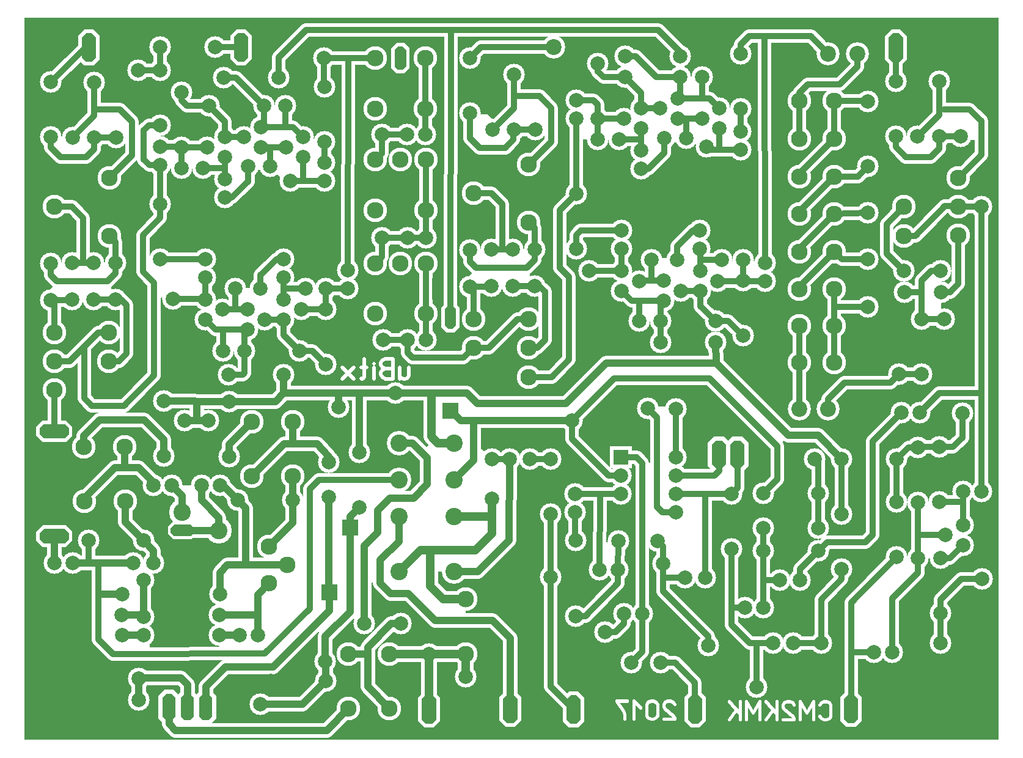
<source format=gbr>
%FSLAX34Y34*%
%MOMM*%
%LNSILK_TOP*%
G71*
G01*
%ADD10C, 2.30*%
%ADD11C, 3.30*%
%ADD12C, 3.00*%
%ADD13C, 2.00*%
%ADD14C, 1.85*%
%ADD15C, 1.85*%
%ADD16C, 3.20*%
%ADD17C, 3.20*%
%ADD18C, 2.20*%
%ADD19C, 3.30*%
%ADD20C, 3.30*%
%ADD21C, 2.00*%
%ADD22C, 3.40*%
%ADD23C, 3.60*%
%ADD24C, 2.40*%
%ADD25C, 2.20*%
%ADD26C, 0.44*%
%ADD27C, 0.49*%
%ADD28C, 0.00*%
%ADD29C, 0.85*%
%ADD30C, 2.20*%
%ADD31C, 2.30*%
%ADD32C, 1.00*%
%ADD33C, 1.20*%
%LPD*%
G36*
X0Y0D02*
X1350000Y0D01*
X1350000Y-1000000D01*
X0Y-1000000D01*
X0Y0D01*
G37*
%LPC*%
X622797Y-202531D02*
G54D10*
D03*
X622797Y-242531D02*
G54D11*
D03*
X622797Y-282531D02*
G54D10*
D03*
X698600Y-202928D02*
G54D11*
D03*
X698600Y-242928D02*
G54D10*
D03*
X698600Y-282928D02*
G54D11*
D03*
X677920Y-78837D02*
G54D12*
D03*
X677920Y-155037D02*
G54D12*
D03*
X648270Y-155038D02*
G54D12*
D03*
X648270Y-78838D02*
G54D13*
D03*
X707680Y-155037D02*
G54D12*
D03*
X707680Y-78837D02*
G54D13*
D03*
G54D14*
X707680Y-155037D02*
X677920Y-155037D01*
X617420Y-55487D02*
G54D12*
D03*
X617420Y-131687D02*
G54D12*
D03*
G54D14*
X617412Y-371896D02*
X646712Y-371896D01*
X647112Y-371496D01*
G54D14*
X647112Y-320696D02*
X676812Y-320696D01*
X677012Y-320496D01*
G54D14*
X677012Y-371296D02*
X706813Y-371296D01*
X707012Y-371096D01*
X622397Y-416731D02*
G54D11*
D03*
X622397Y-456731D02*
G54D11*
D03*
X622397Y-496731D02*
G54D10*
D03*
X698200Y-417128D02*
G54D11*
D03*
X698200Y-457128D02*
G54D11*
D03*
X698200Y-497128D02*
G54D11*
D03*
G54D14*
X617412Y-321096D02*
X617412Y-337600D01*
X626013Y-346200D01*
X695813Y-346200D01*
X707113Y-334900D01*
X707113Y-320396D01*
X707012Y-320296D01*
G54D14*
X622397Y-456731D02*
X643582Y-456731D01*
X683213Y-417100D01*
X698172Y-417100D01*
X698200Y-417128D01*
G54D14*
X622797Y-242531D02*
X646744Y-242531D01*
X662513Y-258300D01*
X662513Y-319200D01*
G54D14*
X622397Y-416731D02*
X622397Y-376881D01*
X617413Y-371896D01*
G54D14*
X707012Y-320296D02*
X707012Y-291340D01*
X698600Y-282928D01*
X758456Y-40501D02*
G54D15*
D03*
X733054Y-40503D02*
G54D16*
D03*
X1122301Y-426806D02*
G54D11*
D03*
X1073901Y-426806D02*
G54D11*
D03*
X1122301Y-375506D02*
G54D11*
D03*
X1073901Y-375506D02*
G54D11*
D03*
X1122301Y-323806D02*
G54D11*
D03*
X1073901Y-323806D02*
G54D11*
D03*
X1122301Y-271306D02*
G54D11*
D03*
X1073901Y-271306D02*
G54D11*
D03*
X1122301Y-219406D02*
G54D11*
D03*
X1073901Y-219406D02*
G54D11*
D03*
X1122301Y-476806D02*
G54D11*
D03*
X1073901Y-476806D02*
G54D11*
D03*
X1122301Y-167606D02*
G54D11*
D03*
X1073901Y-167606D02*
G54D11*
D03*
X1122301Y-115106D02*
G54D11*
D03*
X1073901Y-115106D02*
G54D11*
D03*
X1153900Y-49303D02*
G54D17*
D03*
X1113900Y-49303D02*
G54D17*
D03*
X1073900Y-49303D02*
G54D18*
D03*
X1073769Y-541427D02*
G54D17*
D03*
X1113769Y-541427D02*
G54D17*
D03*
X1153769Y-541428D02*
G54D18*
D03*
G36*
X1242944Y-55322D02*
X1237094Y-61172D01*
X1228794Y-61172D01*
X1222944Y-55322D01*
X1222944Y-27022D01*
X1228794Y-21172D01*
X1237094Y-21172D01*
X1242944Y-27022D01*
X1242944Y-55322D01*
G37*
G36*
X1222544Y-57397D02*
X1213770Y-66172D01*
X1201320Y-66172D01*
X1192544Y-57397D01*
X1192544Y-24947D01*
X1201320Y-16172D01*
X1213770Y-16172D01*
X1222544Y-24947D01*
X1222544Y-57397D01*
G37*
X41822Y-221228D02*
G54D10*
D03*
X41822Y-261228D02*
G54D11*
D03*
X41822Y-301228D02*
G54D10*
D03*
X117625Y-221625D02*
G54D11*
D03*
X117625Y-261625D02*
G54D10*
D03*
X117625Y-301625D02*
G54D11*
D03*
X96945Y-89200D02*
G54D12*
D03*
X96945Y-165400D02*
G54D12*
D03*
X66898Y-165400D02*
G54D12*
D03*
X66898Y-89200D02*
G54D13*
D03*
X126705Y-165400D02*
G54D12*
D03*
X126705Y-89200D02*
G54D13*
D03*
G54D14*
X126705Y-165400D02*
X96945Y-165400D01*
X36445Y-88706D02*
G54D12*
D03*
X36445Y-164906D02*
G54D12*
D03*
G54D14*
X97745Y-126750D02*
X132591Y-126750D01*
X149238Y-143397D01*
X149238Y-190012D01*
X117625Y-221625D01*
X36437Y-339793D02*
G54D12*
D03*
X36438Y-390593D02*
G54D12*
D03*
G54D14*
X36437Y-390593D02*
X65737Y-390593D01*
X66137Y-390193D01*
G54D14*
X66137Y-339393D02*
X95837Y-339393D01*
X96037Y-339193D01*
G54D14*
X96037Y-389993D02*
X125838Y-389993D01*
X126038Y-389793D01*
X41422Y-435428D02*
G54D11*
D03*
X41422Y-475428D02*
G54D11*
D03*
X41422Y-515428D02*
G54D11*
D03*
X117225Y-435825D02*
G54D11*
D03*
X117225Y-475825D02*
G54D11*
D03*
X117225Y-515825D02*
G54D10*
D03*
G54D14*
X36437Y-339793D02*
X36437Y-356296D01*
X45038Y-364897D01*
X114838Y-364897D01*
X126138Y-353597D01*
X126138Y-339093D01*
X126037Y-338993D01*
G54D14*
X41422Y-475428D02*
X62606Y-475428D01*
X102238Y-435797D01*
X117197Y-435797D01*
X117225Y-435825D01*
G54D14*
X41822Y-261228D02*
X65769Y-261228D01*
X81538Y-276997D01*
X81538Y-337897D01*
G54D14*
X41422Y-435428D02*
X41422Y-395578D01*
X36438Y-390593D01*
G54D14*
X126037Y-338993D02*
X126037Y-310037D01*
X117625Y-301625D01*
G36*
X124828Y-54938D02*
X118978Y-60788D01*
X110678Y-60788D01*
X104828Y-54938D01*
X104828Y-26638D01*
X110678Y-20788D01*
X118978Y-20788D01*
X124828Y-26638D01*
X124828Y-54938D01*
G37*
G36*
X104428Y-57012D02*
X95654Y-65788D01*
X83204Y-65788D01*
X74428Y-57012D01*
X74428Y-24562D01*
X83204Y-15788D01*
X95654Y-15788D01*
X104428Y-24562D01*
X104428Y-57012D01*
G37*
X904933Y-111418D02*
G54D12*
D03*
X904933Y-139433D02*
G54D12*
D03*
X880964Y-125386D02*
G54D12*
D03*
X962877Y-125308D02*
G54D12*
D03*
X962877Y-153324D02*
G54D12*
D03*
X938908Y-139277D02*
G54D12*
D03*
X917197Y-166219D02*
G54D12*
D03*
X917197Y-242419D02*
G54D13*
D03*
X945188Y-177928D02*
G54D12*
D03*
X945188Y-254128D02*
G54D13*
D03*
X794678Y-63131D02*
G54D12*
D03*
X794678Y-139331D02*
G54D12*
D03*
G54D14*
X904933Y-139433D02*
X938752Y-139433D01*
X938908Y-139277D01*
G54D14*
X904933Y-111418D02*
X948986Y-111418D01*
X962877Y-125308D01*
X854430Y-125299D02*
G54D12*
D03*
X854430Y-153314D02*
G54D12*
D03*
X830461Y-139267D02*
G54D12*
D03*
X886463Y-166191D02*
G54D12*
D03*
X886463Y-242391D02*
G54D13*
D03*
G54D14*
X854430Y-153314D02*
X854430Y-183708D01*
X854494Y-183772D01*
X824288Y-168428D02*
G54D12*
D03*
X824288Y-244628D02*
G54D13*
D03*
G54D14*
X824288Y-168428D02*
X853782Y-168428D01*
X853856Y-168503D01*
G54D14*
X854430Y-125299D02*
X880877Y-125299D01*
X880964Y-125386D01*
G54D14*
X938795Y-82072D02*
X938795Y-110465D01*
X938756Y-110503D01*
X908878Y-82131D02*
G54D12*
D03*
X832678Y-82131D02*
G54D12*
D03*
X908778Y-53231D02*
G54D12*
D03*
X832578Y-53231D02*
G54D12*
D03*
G54D14*
X854430Y-125299D02*
X854430Y-103883D01*
X832678Y-82131D01*
X794588Y-168228D02*
G54D12*
D03*
X794588Y-244428D02*
G54D13*
D03*
G54D14*
X832578Y-53231D02*
X846384Y-53231D01*
X875356Y-82203D01*
X908806Y-82203D01*
X908878Y-82131D01*
G54D14*
X832678Y-82131D02*
X802578Y-82131D01*
X794678Y-74231D01*
X794678Y-63131D01*
G54D14*
X794678Y-139331D02*
X794678Y-168138D01*
X794588Y-168228D01*
G54D14*
X830461Y-139267D02*
X794742Y-139267D01*
X794678Y-139331D01*
G54D14*
X854494Y-209172D02*
X864266Y-209172D01*
X886463Y-186975D01*
X886463Y-166191D01*
G54D14*
X908878Y-82131D02*
X908878Y-107472D01*
X904933Y-111418D01*
G54D14*
X916897Y-166219D02*
X916897Y-140762D01*
X885656Y-392092D02*
G54D12*
D03*
X885656Y-364076D02*
G54D12*
D03*
X909624Y-378123D02*
G54D12*
D03*
X827712Y-378201D02*
G54D12*
D03*
X827712Y-350186D02*
G54D12*
D03*
X851681Y-364232D02*
G54D12*
D03*
X868892Y-335306D02*
G54D12*
D03*
X868892Y-259106D02*
G54D13*
D03*
X782795Y-350037D02*
G54D12*
D03*
X782795Y-426237D02*
G54D13*
D03*
X995911Y-440378D02*
G54D12*
D03*
X995911Y-364178D02*
G54D12*
D03*
G54D14*
X885656Y-364076D02*
X851837Y-364076D01*
X851681Y-364232D01*
G54D14*
X885656Y-392092D02*
X841603Y-392092D01*
X827712Y-378201D01*
X936159Y-378210D02*
G54D12*
D03*
X936159Y-350195D02*
G54D12*
D03*
X960128Y-364242D02*
G54D12*
D03*
X904126Y-335334D02*
G54D12*
D03*
X904126Y-259134D02*
G54D13*
D03*
G54D14*
X936159Y-350195D02*
X936159Y-319801D01*
X936095Y-319737D01*
X966301Y-335081D02*
G54D12*
D03*
X966301Y-258881D02*
G54D13*
D03*
G54D14*
X966301Y-335081D02*
X936808Y-335081D01*
X936732Y-335006D01*
G54D14*
X936159Y-378210D02*
X909712Y-378210D01*
X909624Y-378123D01*
G54D14*
X851794Y-419453D02*
X851794Y-393044D01*
X851832Y-393006D01*
X881711Y-419394D02*
G54D12*
D03*
X957911Y-419394D02*
G54D12*
D03*
X881811Y-449231D02*
G54D12*
D03*
X958011Y-449231D02*
G54D12*
D03*
G54D14*
X936159Y-378210D02*
X936159Y-399627D01*
X957911Y-419394D01*
X996001Y-335281D02*
G54D12*
D03*
X996001Y-259081D02*
G54D13*
D03*
G54D14*
X995911Y-364178D02*
X995911Y-335372D01*
X996001Y-335281D01*
G54D14*
X960128Y-364242D02*
X995847Y-364242D01*
X995911Y-364178D01*
G54D14*
X936095Y-294337D02*
X926323Y-294337D01*
X904126Y-316534D01*
X904126Y-335334D01*
G54D14*
X881711Y-419394D02*
X881711Y-396037D01*
X885656Y-392092D01*
G54D14*
X868892Y-335306D02*
X868892Y-361647D01*
G54D14*
X1025894Y-364238D02*
X996070Y-364337D01*
X995911Y-364178D01*
X992279Y-126231D02*
G54D12*
D03*
X992279Y-50031D02*
G54D12*
D03*
G54D14*
X992279Y-126231D02*
X992279Y-157356D01*
X992394Y-157472D01*
X764679Y-319831D02*
G54D12*
D03*
X764679Y-243631D02*
G54D12*
D03*
G54D14*
X764694Y-139172D02*
X764679Y-243631D01*
G54D14*
X764694Y-113772D02*
X788219Y-113772D01*
X794678Y-120231D01*
X794678Y-139331D01*
G54D14*
X782795Y-350037D02*
X827712Y-350186D01*
G54D14*
X827401Y-320081D02*
X827401Y-349875D01*
X827712Y-350186D01*
G54D14*
X992394Y-182872D02*
X950132Y-182872D01*
X945188Y-177928D01*
G54D14*
X962877Y-153324D02*
X962877Y-180624D01*
G54D14*
X827401Y-294681D02*
X770828Y-294681D01*
X764679Y-300831D01*
X764679Y-319831D01*
G54D14*
X881711Y-419394D02*
X881711Y-449131D01*
X881811Y-449231D01*
X328093Y-151027D02*
G54D12*
D03*
X328093Y-179042D02*
G54D12*
D03*
X304124Y-164996D02*
G54D12*
D03*
X386036Y-164918D02*
G54D12*
D03*
X386036Y-192933D02*
G54D12*
D03*
X362068Y-178886D02*
G54D12*
D03*
X340356Y-205431D02*
G54D12*
D03*
X340356Y-281631D02*
G54D13*
D03*
X368347Y-225538D02*
G54D12*
D03*
X368347Y-301738D02*
G54D13*
D03*
X217838Y-102741D02*
G54D12*
D03*
X217838Y-178941D02*
G54D12*
D03*
G54D14*
X328093Y-179042D02*
X361911Y-179042D01*
X362068Y-178886D01*
G54D14*
X328093Y-151027D02*
X372146Y-151027D01*
X386036Y-164918D01*
X277589Y-164908D02*
G54D12*
D03*
X277589Y-192924D02*
G54D12*
D03*
X253621Y-178877D02*
G54D12*
D03*
X309622Y-205403D02*
G54D12*
D03*
X309622Y-281603D02*
G54D13*
D03*
G54D14*
X277589Y-192924D02*
X277589Y-223317D01*
X277653Y-223381D01*
X247447Y-208038D02*
G54D12*
D03*
X247447Y-284238D02*
G54D13*
D03*
G54D14*
X247447Y-208038D02*
X276941Y-208038D01*
X277016Y-208112D01*
G54D14*
X277589Y-164908D02*
X304036Y-164908D01*
X304124Y-164996D01*
G54D14*
X361954Y-121681D02*
X361954Y-150074D01*
X361916Y-150112D01*
X332038Y-121740D02*
G54D12*
D03*
X255838Y-121740D02*
G54D12*
D03*
X352138Y-82522D02*
G54D12*
D03*
X275938Y-82522D02*
G54D12*
D03*
G54D14*
X277589Y-164908D02*
X277589Y-143492D01*
X255838Y-121740D01*
X217747Y-207838D02*
G54D12*
D03*
X217747Y-284038D02*
G54D13*
D03*
G54D14*
X255838Y-121740D02*
X225738Y-121740D01*
X217838Y-113841D01*
X217838Y-102741D01*
G54D14*
X217838Y-178941D02*
X217838Y-207747D01*
X217747Y-207838D01*
G54D14*
X253621Y-178877D02*
X217902Y-178877D01*
X217838Y-178941D01*
G54D14*
X277653Y-248781D02*
X287425Y-248781D01*
X309622Y-226584D01*
X309622Y-205403D01*
G54D14*
X332038Y-121740D02*
X332038Y-147082D01*
X328093Y-151027D01*
G54D14*
X340056Y-205431D02*
X340056Y-181472D01*
X340316Y-181212D01*
X308815Y-431701D02*
G54D12*
D03*
X308815Y-403686D02*
G54D12*
D03*
X332784Y-417732D02*
G54D12*
D03*
X250871Y-417810D02*
G54D12*
D03*
X250871Y-389795D02*
G54D12*
D03*
X274840Y-403842D02*
G54D12*
D03*
X292051Y-374916D02*
G54D12*
D03*
X292051Y-298716D02*
G54D13*
D03*
X205954Y-389547D02*
G54D12*
D03*
X205954Y-465747D02*
G54D13*
D03*
X417470Y-480087D02*
G54D12*
D03*
X417470Y-403887D02*
G54D12*
D03*
G54D14*
X308815Y-403686D02*
X274996Y-403686D01*
X274840Y-403842D01*
G54D14*
X308815Y-431701D02*
X264762Y-431701D01*
X250871Y-417810D01*
X359318Y-417820D02*
G54D12*
D03*
X359318Y-389804D02*
G54D12*
D03*
X383287Y-403851D02*
G54D12*
D03*
X327286Y-374944D02*
G54D12*
D03*
X327286Y-298744D02*
G54D13*
D03*
G54D14*
X359318Y-389804D02*
X359318Y-359411D01*
X359254Y-359347D01*
X389460Y-374690D02*
G54D12*
D03*
X389460Y-298490D02*
G54D13*
D03*
G54D14*
X389460Y-374690D02*
X359967Y-374690D01*
X359892Y-374616D01*
G54D14*
X359318Y-417820D02*
X332871Y-417820D01*
X332784Y-417732D01*
G54D14*
X274954Y-461047D02*
X274954Y-432654D01*
X274992Y-432616D01*
X304870Y-460988D02*
G54D12*
D03*
X381070Y-460988D02*
G54D12*
D03*
X283070Y-494306D02*
G54D12*
D03*
X359270Y-494306D02*
G54D12*
D03*
G54D14*
X359318Y-417820D02*
X359318Y-439236D01*
X381070Y-460988D01*
X417560Y-374890D02*
G54D12*
D03*
X417560Y-298690D02*
G54D13*
D03*
G54D14*
X383287Y-403851D02*
X417470Y-403887D01*
G54D14*
X359254Y-333947D02*
X349482Y-333947D01*
X327286Y-356144D01*
X327286Y-374944D01*
G54D14*
X304870Y-460988D02*
X304870Y-435646D01*
X308815Y-431701D01*
G54D14*
X292051Y-374916D02*
X292051Y-401256D01*
X291792Y-401516D01*
X415438Y-171422D02*
G54D12*
D03*
X415438Y-95222D02*
G54D12*
D03*
G54D14*
X415438Y-168247D02*
X415438Y-196966D01*
X415554Y-197081D01*
X187838Y-334040D02*
G54D12*
D03*
X187838Y-257840D02*
G54D12*
D03*
G54D14*
X187854Y-204081D02*
X187838Y-259825D01*
G54D14*
X205954Y-389547D02*
X250623Y-389547D01*
X250871Y-389795D01*
G54D14*
X250561Y-359690D02*
X250561Y-389484D01*
X250871Y-389795D01*
G54D14*
X386036Y-192933D02*
X386036Y-224599D01*
G54D14*
X250561Y-334290D02*
X193988Y-334290D01*
X187838Y-331312D01*
X187838Y-336025D01*
X485928Y-55772D02*
G54D19*
D03*
G36*
X507929Y-42382D02*
X515534Y-34777D01*
X526324Y-34777D01*
X533929Y-42382D01*
X533929Y-69172D01*
X526324Y-76777D01*
X515534Y-76777D01*
X507929Y-69172D01*
X507929Y-42382D01*
G37*
X555928Y-55772D02*
G54D19*
D03*
X485944Y-125899D02*
G54D19*
D03*
X555944Y-125899D02*
G54D19*
D03*
X1240090Y-547005D02*
G54D12*
D03*
X1214690Y-547005D02*
G54D12*
D03*
X1300303Y-702290D02*
G54D12*
D03*
X1300303Y-730305D02*
G54D12*
D03*
X1276334Y-716258D02*
G54D12*
D03*
X1269102Y-748319D02*
G54D12*
D03*
X1269102Y-824519D02*
G54D12*
D03*
X1326664Y-776600D02*
G54D12*
D03*
X1326664Y-852800D02*
G54D13*
D03*
G54D14*
X1269102Y-748319D02*
X1281892Y-748319D01*
X1300303Y-730305D01*
X1208102Y-670538D02*
G54D12*
D03*
X1208102Y-746737D02*
G54D12*
D03*
X1238101Y-594519D02*
G54D12*
D03*
X1238101Y-670718D02*
G54D12*
D03*
X1267801Y-594419D02*
G54D12*
D03*
X1267801Y-670618D02*
G54D12*
D03*
X1238108Y-748219D02*
G54D12*
D03*
X1238108Y-824419D02*
G54D13*
D03*
X1325845Y-656075D02*
G54D12*
D03*
X1300445Y-656075D02*
G54D12*
D03*
X1202170Y-878832D02*
G54D12*
D03*
X1176770Y-878832D02*
G54D12*
D03*
X1208661Y-610806D02*
G54D12*
D03*
X1132461Y-610806D02*
G54D12*
D03*
G54D14*
X1238101Y-670718D02*
X1238108Y-748219D01*
G54D14*
X1276334Y-716258D02*
X1239768Y-716258D01*
X1239652Y-716375D01*
G54D14*
X1300303Y-702290D02*
X1300445Y-656075D01*
G54D14*
X1267801Y-670618D02*
X1298895Y-670618D01*
X1218425Y-301652D02*
G54D11*
D03*
X1218425Y-261652D02*
G54D11*
D03*
X1218425Y-221652D02*
G54D10*
D03*
X1294228Y-301255D02*
G54D11*
D03*
X1294228Y-261255D02*
G54D11*
D03*
X1294228Y-221255D02*
G54D11*
D03*
X1267731Y-87993D02*
G54D12*
D03*
X1267731Y-164193D02*
G54D12*
D03*
X1237287Y-164194D02*
G54D12*
D03*
X1237287Y-87994D02*
G54D13*
D03*
X1297490Y-164193D02*
G54D12*
D03*
X1297490Y-87993D02*
G54D13*
D03*
G54D14*
X1297490Y-164193D02*
X1267731Y-164193D01*
X1207231Y-87896D02*
G54D12*
D03*
X1207231Y-164096D02*
G54D12*
D03*
G54D14*
X1207231Y-87896D02*
X1207231Y-41256D01*
X1207148Y-41172D01*
G54D14*
X1218425Y-301652D02*
X1234376Y-301652D01*
X1275182Y-260847D01*
X1293820Y-260847D01*
X1294228Y-261255D01*
X1242980Y-417222D02*
G54D12*
D03*
X1242980Y-493422D02*
G54D12*
D03*
X1274230Y-417222D02*
G54D12*
D03*
X1274230Y-493422D02*
G54D13*
D03*
X1212020Y-493422D02*
G54D12*
D03*
X1212020Y-417222D02*
G54D13*
D03*
G54D14*
X1294228Y-261255D02*
X1325720Y-261255D01*
X1326047Y-260928D01*
G54D14*
X1242980Y-417222D02*
X1274230Y-417222D01*
G54D14*
X1294228Y-301255D02*
X1294228Y-368116D01*
X1282394Y-379950D01*
X1269873Y-379922D01*
G54D14*
X1218425Y-261652D02*
X1194498Y-285546D01*
X1194507Y-326309D01*
X1218278Y-350156D01*
G54D14*
X706219Y-371096D02*
X713065Y-371096D01*
X721222Y-379253D01*
X721222Y-446053D01*
X710322Y-456953D01*
X698200Y-457128D01*
G54D14*
X126037Y-389793D02*
X133678Y-389793D01*
X141835Y-397950D01*
X141835Y-464750D01*
X130935Y-475650D01*
X117400Y-475650D01*
X117225Y-475825D01*
G54D14*
X1207231Y-164096D02*
X1207231Y-178606D01*
X1221075Y-192450D01*
X1256000Y-192450D01*
X1267510Y-180941D01*
X1267731Y-164193D01*
G54D14*
X617420Y-131687D02*
X617420Y-166196D01*
X631264Y-180041D01*
X666189Y-180041D01*
X677699Y-168531D01*
X677920Y-155037D01*
G54D14*
X36445Y-164906D02*
X36445Y-179018D01*
X50289Y-192862D01*
X85214Y-192862D01*
X96724Y-181353D01*
X96724Y-168002D01*
X96945Y-167781D01*
G54D14*
X908778Y-53231D02*
X908778Y-46972D01*
X878453Y-16647D01*
X390041Y-17047D01*
X352094Y-54944D01*
X352138Y-82522D01*
G54D14*
X1025894Y-338838D02*
X1025413Y-26862D01*
G54D14*
X448354Y-349147D02*
X448751Y-58313D01*
G54D14*
X89428Y-40788D02*
X84364Y-40788D01*
X36445Y-88706D01*
G54D14*
X1122301Y-115106D02*
X1122301Y-167606D01*
G54D14*
X1073901Y-115106D02*
X1073901Y-167606D01*
G54D14*
X1122301Y-426806D02*
X1122301Y-476806D01*
G54D14*
X1073901Y-426806D02*
X1073901Y-476806D01*
G54D14*
X1073901Y-219406D02*
X1073901Y-216006D01*
X1122301Y-167606D01*
G54D14*
X1073901Y-271306D02*
X1073901Y-267806D01*
X1122301Y-219406D01*
G54D14*
X1073901Y-323806D02*
X1073901Y-319706D01*
X1122301Y-271306D01*
G54D14*
X1073901Y-375506D02*
X1073901Y-372206D01*
X1122301Y-323806D01*
G54D14*
X1122301Y-271306D02*
X1168138Y-270116D01*
X1168898Y-269356D01*
G54D14*
X1122301Y-115106D02*
X1168762Y-115106D01*
X1168897Y-114971D01*
G54D14*
X1168898Y-334444D02*
X1132939Y-334444D01*
X1122301Y-323806D01*
G54D14*
X1122301Y-219406D02*
X1154554Y-219406D01*
X1168898Y-205063D01*
G54D14*
X530532Y-161756D02*
X495288Y-161756D01*
X495185Y-161859D01*
G54D14*
X545985Y-304153D02*
X495388Y-304153D01*
X495285Y-304256D01*
G54D14*
X535213Y-445865D02*
X497588Y-445865D01*
X497485Y-445968D01*
X486228Y-196472D02*
G54D19*
D03*
X521228Y-196472D02*
G54D19*
D03*
X556228Y-196472D02*
G54D19*
D03*
X486244Y-266599D02*
G54D19*
D03*
X556244Y-266599D02*
G54D19*
D03*
X486028Y-339684D02*
G54D19*
D03*
X521028Y-339684D02*
G54D19*
D03*
X556028Y-339684D02*
G54D19*
D03*
X486044Y-409812D02*
G54D19*
D03*
X556044Y-409812D02*
G54D19*
D03*
X187845Y-72606D02*
G54D12*
D03*
X187845Y-148806D02*
G54D12*
D03*
X263946Y-40306D02*
G54D12*
D03*
X187746Y-40306D02*
G54D12*
D03*
X157494Y-72237D02*
G54D12*
D03*
X157494Y-46837D02*
G54D13*
D03*
G36*
X335547Y-54644D02*
X329697Y-60494D01*
X321397Y-60494D01*
X315547Y-54644D01*
X315547Y-26344D01*
X321397Y-20494D01*
X329697Y-20494D01*
X335547Y-26344D01*
X335547Y-54644D01*
G37*
G36*
X315147Y-56719D02*
X306372Y-65494D01*
X293922Y-65494D01*
X285147Y-56719D01*
X285147Y-24269D01*
X293922Y-15494D01*
X306372Y-15494D01*
X315147Y-24269D01*
X315147Y-56719D01*
G37*
G54D14*
X187854Y-178681D02*
X217578Y-178681D01*
X217838Y-178941D01*
G54D14*
X157494Y-72237D02*
X187477Y-72237D01*
X187845Y-72606D01*
X187845Y-40405D01*
X187746Y-40306D01*
G54D14*
X263946Y-40306D02*
X299958Y-40306D01*
X300147Y-40494D01*
G54D14*
X187845Y-148806D02*
X172557Y-148806D01*
X165610Y-155753D01*
X165610Y-196353D01*
X173310Y-204053D01*
X187826Y-204053D01*
X187854Y-204081D01*
G54D14*
X187838Y-257840D02*
X187838Y-276940D01*
X164000Y-300788D01*
X163956Y-351181D01*
X179631Y-366856D01*
X179578Y-495162D01*
X137788Y-536953D01*
X93488Y-536953D01*
X83088Y-526553D01*
X83088Y-457753D01*
X31610Y-33806D02*
G54D20*
D03*
X1316710Y-31906D02*
G54D20*
D03*
X32347Y-962512D02*
G54D20*
D03*
X881240Y-893001D02*
G54D12*
D03*
X841240Y-893001D02*
G54D12*
D03*
X187854Y-204081D02*
G54D12*
D03*
X187854Y-178681D02*
G54D12*
D03*
X250561Y-359691D02*
G54D12*
D03*
X250561Y-334290D02*
G54D12*
D03*
X66138Y-390192D02*
G54D12*
D03*
X66138Y-339392D02*
G54D12*
D03*
X96038Y-339192D02*
G54D12*
D03*
X96038Y-389992D02*
G54D12*
D03*
X126038Y-389793D02*
G54D12*
D03*
X126037Y-338993D02*
G54D12*
D03*
X617412Y-321096D02*
G54D12*
D03*
X617413Y-371896D02*
G54D12*
D03*
X647113Y-371496D02*
G54D12*
D03*
X647113Y-320696D02*
G54D12*
D03*
X677013Y-320496D02*
G54D12*
D03*
X677013Y-371296D02*
G54D12*
D03*
X707013Y-371096D02*
G54D12*
D03*
X707012Y-320296D02*
G54D12*
D03*
X1269078Y-350156D02*
G54D12*
D03*
X1218278Y-350156D02*
G54D12*
D03*
X1269873Y-379922D02*
G54D12*
D03*
X1219073Y-379922D02*
G54D12*
D03*
X415553Y-225456D02*
G54D12*
D03*
X415554Y-200056D02*
G54D12*
D03*
X277653Y-248781D02*
G54D12*
D03*
X277653Y-223381D02*
G54D12*
D03*
X361954Y-121681D02*
G54D12*
D03*
X387354Y-121681D02*
G54D13*
D03*
X274954Y-461047D02*
G54D12*
D03*
X249554Y-461047D02*
G54D13*
D03*
X359254Y-359347D02*
G54D12*
D03*
X359254Y-333947D02*
G54D12*
D03*
X448354Y-374647D02*
G54D12*
D03*
X448354Y-349247D02*
G54D12*
D03*
X530847Y-445865D02*
G54D12*
D03*
X556247Y-445865D02*
G54D12*
D03*
X530632Y-304153D02*
G54D12*
D03*
X556032Y-304153D02*
G54D12*
D03*
X530532Y-161756D02*
G54D12*
D03*
X555932Y-161756D02*
G54D12*
D03*
X495185Y-161759D02*
G54D12*
D03*
X469785Y-161759D02*
G54D13*
D03*
X495285Y-304156D02*
G54D12*
D03*
X469885Y-304156D02*
G54D13*
D03*
X497485Y-445868D02*
G54D12*
D03*
X472085Y-445868D02*
G54D13*
D03*
X938795Y-82072D02*
G54D12*
D03*
X964195Y-82072D02*
G54D13*
D03*
X764694Y-139172D02*
G54D12*
D03*
X764694Y-113772D02*
G54D12*
D03*
X854494Y-209172D02*
G54D12*
D03*
X854494Y-183772D02*
G54D12*
D03*
X992394Y-182872D02*
G54D12*
D03*
X992394Y-157472D02*
G54D12*
D03*
X827401Y-320081D02*
G54D12*
D03*
X827401Y-294681D02*
G54D12*
D03*
X1025894Y-364238D02*
G54D12*
D03*
X1025894Y-338838D02*
G54D12*
D03*
X851794Y-419453D02*
G54D12*
D03*
X826394Y-419453D02*
G54D13*
D03*
X936095Y-319738D02*
G54D12*
D03*
X936095Y-294337D02*
G54D12*
D03*
X1168898Y-399928D02*
G54D12*
D03*
X1168898Y-374528D02*
G54D13*
D03*
X1168898Y-334444D02*
G54D12*
D03*
X1168898Y-309044D02*
G54D13*
D03*
X1168898Y-269357D02*
G54D12*
D03*
X1168898Y-243956D02*
G54D13*
D03*
X1168898Y-205063D02*
G54D12*
D03*
X1168898Y-179663D02*
G54D13*
D03*
X1168897Y-115368D02*
G54D12*
D03*
X1168897Y-140768D02*
G54D13*
D03*
X1326047Y-260928D02*
G54D12*
D03*
X1326047Y-235528D02*
G54D13*
D03*
G54D14*
X1325845Y-656075D02*
X1325845Y-261130D01*
X1326047Y-260928D01*
G54D14*
X1219073Y-379922D02*
X1242132Y-379922D01*
G36*
X1180650Y-971096D02*
X1174800Y-976946D01*
X1166500Y-976946D01*
X1160650Y-971096D01*
X1160650Y-942796D01*
X1166500Y-936946D01*
X1174800Y-936946D01*
X1180650Y-942796D01*
X1180650Y-971096D01*
G37*
G36*
X1160250Y-973171D02*
X1151476Y-981946D01*
X1139026Y-981946D01*
X1130250Y-973171D01*
X1130250Y-940721D01*
X1139026Y-931946D01*
X1151476Y-931946D01*
X1160250Y-940721D01*
X1160250Y-973171D01*
G37*
G54D21*
X958117Y-478214D02*
X806541Y-478116D01*
X750488Y-534169D01*
X627584Y-534238D01*
X612953Y-519606D01*
X359256Y-519562D01*
X595352Y-766617D02*
G54D22*
D03*
X519152Y-766616D02*
G54D22*
D03*
X595352Y-690417D02*
G54D22*
D03*
X595352Y-639617D02*
G54D22*
D03*
X595352Y-588817D02*
G54D22*
D03*
X519152Y-690417D02*
G54D22*
D03*
X519152Y-639617D02*
G54D22*
D03*
X519152Y-588817D02*
G54D22*
D03*
X1046384Y-778697D02*
G54D12*
D03*
X1074400Y-778697D02*
G54D12*
D03*
X1060353Y-802666D02*
G54D13*
D03*
X1100019Y-738134D02*
G54D12*
D03*
X1023819Y-738134D02*
G54D12*
D03*
X1100019Y-706268D02*
G54D12*
D03*
X1023819Y-706268D02*
G54D12*
D03*
X1099819Y-658778D02*
G54D12*
D03*
X1023619Y-658778D02*
G54D12*
D03*
X1023722Y-816464D02*
G54D12*
D03*
X998322Y-816464D02*
G54D12*
D03*
G36*
X841459Y-593552D02*
X841459Y-623552D01*
X811459Y-623552D01*
X811459Y-593552D01*
X841459Y-593552D01*
G37*
X826459Y-633952D02*
G54D12*
D03*
X826459Y-659352D02*
G54D12*
D03*
X826459Y-684752D02*
G54D13*
D03*
X902659Y-684752D02*
G54D12*
D03*
X902659Y-659352D02*
G54D12*
D03*
X902658Y-633952D02*
G54D12*
D03*
X902659Y-608552D02*
G54D12*
D03*
X928062Y-541229D02*
G54D13*
D03*
X902662Y-541229D02*
G54D12*
D03*
X979578Y-735359D02*
G54D12*
D03*
X979578Y-659159D02*
G54D12*
D03*
X915167Y-775114D02*
G54D12*
D03*
X943182Y-775113D02*
G54D12*
D03*
X929136Y-799082D02*
G54D13*
D03*
X838073Y-540387D02*
G54D13*
D03*
X863473Y-540387D02*
G54D12*
D03*
X877510Y-724359D02*
G54D12*
D03*
X822741Y-724359D02*
G54D12*
D03*
X947420Y-894606D02*
G54D13*
D03*
X947420Y-869206D02*
G54D12*
D03*
X884869Y-756097D02*
G54D12*
D03*
X884869Y-832297D02*
G54D13*
D03*
X763388Y-828725D02*
G54D12*
D03*
X763388Y-904925D02*
G54D13*
D03*
X822591Y-764629D02*
G54D12*
D03*
X797191Y-764629D02*
G54D12*
D03*
X763366Y-684444D02*
G54D12*
D03*
X763366Y-659044D02*
G54D12*
D03*
X763388Y-723950D02*
G54D12*
D03*
X763388Y-800150D02*
G54D13*
D03*
G54D14*
X826459Y-659352D02*
X763674Y-659352D01*
X763366Y-659044D01*
G54D14*
X763366Y-684444D02*
X763366Y-723928D01*
X763388Y-723950D01*
G54D14*
X797191Y-764629D02*
X797891Y-660303D01*
X798025Y-660169D01*
G54D14*
X822591Y-764629D02*
X823291Y-724909D01*
X822741Y-724359D01*
X831071Y-825533D02*
G54D12*
D03*
X856471Y-825533D02*
G54D12*
D03*
X804854Y-850991D02*
G54D12*
D03*
X804854Y-927191D02*
G54D13*
D03*
G54D14*
X856272Y-783662D02*
X856366Y-616630D01*
X848287Y-608552D01*
X826459Y-608552D01*
G36*
X964663Y-971425D02*
X958813Y-977275D01*
X950513Y-977275D01*
X944663Y-971425D01*
X944663Y-943125D01*
X950513Y-937275D01*
X958813Y-937275D01*
X964663Y-943125D01*
X964663Y-971425D01*
G37*
G36*
X944263Y-973500D02*
X935488Y-982275D01*
X923038Y-982275D01*
X914263Y-973500D01*
X914263Y-941050D01*
X923038Y-932275D01*
X935488Y-932275D01*
X944263Y-941050D01*
X944263Y-973500D01*
G37*
X798319Y-557795D02*
G54D13*
D03*
X758319Y-557795D02*
G54D12*
D03*
G36*
X927479Y-590973D02*
X933037Y-585415D01*
X940921Y-585415D01*
X946479Y-590973D01*
X946479Y-617857D01*
X940921Y-623415D01*
X933037Y-623415D01*
X927479Y-617857D01*
X927479Y-590973D01*
G37*
G36*
X946879Y-588483D02*
X955947Y-579415D01*
X968811Y-579415D01*
X977879Y-588483D01*
X977879Y-620347D01*
X968811Y-629415D01*
X955947Y-629415D01*
X946879Y-620347D01*
X946879Y-588483D01*
G37*
G36*
X972279Y-588483D02*
X981347Y-579415D01*
X994211Y-579415D01*
X1003279Y-588483D01*
X1003279Y-620347D01*
X994211Y-629415D01*
X981347Y-629415D01*
X972279Y-620347D01*
X972279Y-588483D01*
G37*
G54D14*
X1267801Y-594419D02*
X1238201Y-594419D01*
X1238101Y-594519D01*
X1224949Y-594519D01*
X1208661Y-610806D01*
X1208661Y-672359D01*
X1208102Y-672919D01*
G36*
X577274Y-400997D02*
X584879Y-393392D01*
X595669Y-393392D01*
X603274Y-400997D01*
X603274Y-427787D01*
X595669Y-435392D01*
X584879Y-435392D01*
X577274Y-427787D01*
X577274Y-400997D01*
G37*
G36*
X574270Y-528330D02*
X606270Y-528330D01*
X606270Y-560330D01*
X574270Y-560330D01*
X574270Y-528330D01*
G37*
G54D14*
X590672Y-20441D02*
X590270Y-414391D01*
G54D14*
X902659Y-684752D02*
X883727Y-684752D01*
X876210Y-677234D01*
X876210Y-553110D01*
X863473Y-540387D01*
G54D14*
X902659Y-608552D02*
X902662Y-541229D01*
G36*
X596047Y-971431D02*
X590197Y-977281D01*
X581897Y-977281D01*
X576047Y-971431D01*
X576047Y-943131D01*
X581897Y-937281D01*
X590197Y-937281D01*
X596047Y-943131D01*
X596047Y-971431D01*
G37*
G36*
X575647Y-973506D02*
X566872Y-982281D01*
X554422Y-982281D01*
X545647Y-973506D01*
X545647Y-941056D01*
X554422Y-932281D01*
X566872Y-932281D01*
X575647Y-941056D01*
X575647Y-973506D01*
G37*
X1316635Y-961206D02*
G54D20*
D03*
G54D14*
X957911Y-419394D02*
X974926Y-419394D01*
X995911Y-440378D01*
G54D14*
X41422Y-515428D02*
X41422Y-573662D01*
X1132373Y-687228D02*
G54D12*
D03*
X1132373Y-763428D02*
G54D12*
D03*
X1036894Y-866104D02*
G54D12*
D03*
X1064909Y-866104D02*
G54D12*
D03*
X1050863Y-890073D02*
G54D13*
D03*
X1103946Y-865718D02*
G54D12*
D03*
X1103946Y-891118D02*
G54D13*
D03*
G54D14*
X1214690Y-547005D02*
X1175003Y-586731D01*
X1175003Y-716072D01*
X1165203Y-725872D01*
X1112372Y-725812D01*
X1100019Y-738134D01*
X1014439Y-926825D02*
G54D12*
D03*
X1090639Y-926825D02*
G54D13*
D03*
G54D14*
X758319Y-557795D02*
X817322Y-498953D01*
X949263Y-499150D01*
X1043510Y-593303D01*
X1043447Y-638972D01*
X1023619Y-658778D01*
G54D21*
X958011Y-449231D02*
X958117Y-478214D01*
X1058181Y-578184D01*
X1099872Y-578234D01*
X1132461Y-610806D01*
G54D14*
X902659Y-659352D02*
X959592Y-659352D01*
X973278Y-659159D01*
X973278Y-659122D01*
X1269230Y-891473D02*
G54D13*
D03*
X1269230Y-866073D02*
G54D12*
D03*
X1274011Y-547727D02*
G54D13*
D03*
X1299411Y-547727D02*
G54D12*
D03*
G54D14*
X1323994Y-519941D02*
X1267154Y-519941D01*
X1240090Y-547005D01*
G54D14*
X1299411Y-547727D02*
X1299411Y-581036D01*
X1286291Y-594156D01*
X1268064Y-594156D01*
X1267801Y-594419D01*
X415275Y-55628D02*
G54D12*
D03*
X389875Y-55628D02*
G54D13*
D03*
G54D14*
X415553Y-225456D02*
X368347Y-225538D01*
G54D14*
X764679Y-243631D02*
X741878Y-266406D01*
X741778Y-345869D01*
X754875Y-358966D01*
X754875Y-473109D01*
X731010Y-497175D01*
X698200Y-497128D01*
G54D14*
X947420Y-869206D02*
X947420Y-856651D01*
X884653Y-793784D01*
X884653Y-756313D01*
X884869Y-756097D01*
G54D14*
X884869Y-756097D02*
X884869Y-731718D01*
X877510Y-724359D01*
G54D14*
X915167Y-775114D02*
X884886Y-775114D01*
X884869Y-775097D01*
G54D14*
X943182Y-775113D02*
X943082Y-660663D01*
G36*
X27422Y-607706D02*
X21572Y-601856D01*
X21572Y-593556D01*
X27422Y-587706D01*
X55722Y-587706D01*
X61572Y-593556D01*
X61572Y-601856D01*
X55722Y-607706D01*
X27422Y-607706D01*
G37*
G36*
X25346Y-587306D02*
X16572Y-578531D01*
X16572Y-566081D01*
X25346Y-557306D01*
X57796Y-557306D01*
X66572Y-566081D01*
X66572Y-578531D01*
X57796Y-587306D01*
X25346Y-587306D01*
G37*
X151112Y-754856D02*
G54D12*
D03*
X179127Y-754856D02*
G54D12*
D03*
X165080Y-778825D02*
G54D12*
D03*
X88827Y-723612D02*
G54D12*
D03*
X165027Y-723612D02*
G54D12*
D03*
X66662Y-754714D02*
G54D12*
D03*
X41262Y-754714D02*
G54D12*
D03*
X192890Y-607134D02*
G54D12*
D03*
X192890Y-530934D02*
G54D12*
D03*
X204149Y-647293D02*
G54D12*
D03*
X178749Y-647292D02*
G54D12*
D03*
X218852Y-684319D02*
G54D23*
D03*
X218852Y-735119D02*
G54D24*
D03*
X269652Y-709719D02*
G54D23*
D03*
G54D21*
X66662Y-754714D02*
X151112Y-754856D01*
X270699Y-647290D02*
G54D12*
D03*
X245299Y-647290D02*
G54D12*
D03*
X270612Y-854894D02*
G54D12*
D03*
X194412Y-854894D02*
G54D13*
D03*
X270542Y-826725D02*
G54D12*
D03*
X194342Y-826725D02*
G54D13*
D03*
X298062Y-854729D02*
G54D12*
D03*
X323462Y-854729D02*
G54D12*
D03*
X295611Y-667652D02*
G54D12*
D03*
X371811Y-667652D02*
G54D12*
D03*
X283671Y-607328D02*
G54D12*
D03*
X283671Y-531128D02*
G54D12*
D03*
X222277Y-557798D02*
G54D12*
D03*
X222277Y-583198D02*
G54D13*
D03*
X254821Y-557798D02*
G54D12*
D03*
X254821Y-583198D02*
G54D13*
D03*
G54D21*
X192890Y-530934D02*
X283671Y-531128D01*
G54D21*
X222277Y-557798D02*
X254821Y-557798D01*
G54D21*
X238666Y-555459D02*
X238666Y-533038D01*
G36*
X55722Y-682360D02*
X61572Y-688210D01*
X61572Y-696510D01*
X55722Y-702360D01*
X27422Y-702360D01*
X21572Y-696510D01*
X21572Y-688210D01*
X27422Y-682360D01*
X55722Y-682360D01*
G37*
G36*
X57798Y-702760D02*
X66572Y-711534D01*
X66572Y-723984D01*
X57798Y-732760D01*
X25348Y-732760D01*
X16572Y-723984D01*
X16572Y-711534D01*
X25348Y-702760D01*
X57798Y-702760D01*
G37*
G54D21*
X41572Y-717760D02*
X41262Y-754414D01*
G54D21*
X283671Y-531128D02*
X347691Y-531128D01*
X359256Y-519562D01*
X359270Y-494306D01*
G36*
X796206Y-971725D02*
X790356Y-977575D01*
X782056Y-977575D01*
X776206Y-971725D01*
X776206Y-943425D01*
X782056Y-937575D01*
X790356Y-937575D01*
X796206Y-943425D01*
X796206Y-971725D01*
G37*
G36*
X775806Y-973800D02*
X767031Y-982575D01*
X754581Y-982575D01*
X745806Y-973800D01*
X745806Y-941350D01*
X754581Y-932575D01*
X767031Y-932575D01*
X775806Y-941350D01*
X775806Y-973800D01*
G37*
X611468Y-804603D02*
G54D19*
D03*
X611468Y-880803D02*
G54D19*
D03*
X672282Y-611373D02*
G54D12*
D03*
X700297Y-611373D02*
G54D12*
D03*
X686251Y-587404D02*
G54D13*
D03*
X648031Y-665980D02*
G54D12*
D03*
X648031Y-611211D02*
G54D12*
D03*
X729169Y-611197D02*
G54D12*
D03*
X729169Y-687397D02*
G54D12*
D03*
X728978Y-774062D02*
G54D12*
D03*
X703578Y-774062D02*
G54D13*
D03*
G54D14*
X760806Y-957575D02*
X729250Y-925928D01*
X729169Y-687397D01*
G54D14*
X672282Y-611373D02*
X648031Y-611211D01*
G54D25*
X560668Y-881803D02*
X560647Y-957281D01*
X82840Y-669142D02*
G54D11*
D03*
X139640Y-669142D02*
G54D11*
D03*
X82443Y-593735D02*
G54D11*
D03*
X139243Y-593735D02*
G54D11*
D03*
G54D14*
X102956Y-754669D02*
X102956Y-860806D01*
X122910Y-880759D01*
X333163Y-880559D01*
X395384Y-818372D01*
X395350Y-652428D01*
X408334Y-639466D01*
X519152Y-639617D01*
G54D21*
X82443Y-593735D02*
X82443Y-578482D01*
X104356Y-556569D01*
X165956Y-556469D01*
X192856Y-583669D01*
X192890Y-607134D01*
G36*
X708509Y-971053D02*
X702659Y-976903D01*
X694359Y-976903D01*
X688509Y-971053D01*
X688509Y-942753D01*
X694359Y-936903D01*
X702659Y-936903D01*
X708509Y-942753D01*
X708509Y-971053D01*
G37*
G36*
X688109Y-973128D02*
X679334Y-981903D01*
X666884Y-981903D01*
X658109Y-973128D01*
X658109Y-940678D01*
X666884Y-931903D01*
X679334Y-931903D01*
X688109Y-940678D01*
X688109Y-973128D01*
G37*
X270742Y-798325D02*
G54D12*
D03*
X194542Y-798325D02*
G54D13*
D03*
X135194Y-855087D02*
G54D12*
D03*
X58994Y-855087D02*
G54D13*
D03*
X135123Y-826919D02*
G54D12*
D03*
X58923Y-826919D02*
G54D13*
D03*
X164826Y-855122D02*
G54D12*
D03*
X164826Y-829722D02*
G54D12*
D03*
G54D21*
X164918Y-777425D02*
X164826Y-829722D01*
X135323Y-798519D02*
G54D12*
D03*
X59123Y-798519D02*
G54D13*
D03*
G54D21*
X164826Y-855122D02*
X135194Y-855087D01*
G54D14*
X275938Y-82522D02*
X292819Y-82522D01*
X332038Y-121740D01*
G54D14*
X485928Y-55772D02*
X415419Y-55772D01*
X415275Y-55628D01*
X415275Y-95059D01*
X415438Y-95222D01*
G54D14*
X419160Y-374890D02*
X448810Y-374890D01*
X449054Y-374647D01*
G54D21*
X135323Y-798519D02*
X103950Y-798519D01*
G54D14*
X88727Y-723612D02*
X88727Y-752017D01*
X88644Y-752100D01*
G54D14*
X1242980Y-493422D02*
X1212020Y-493422D01*
G36*
X266353Y-969661D02*
X257578Y-978436D01*
X245128Y-978436D01*
X236353Y-969661D01*
X236353Y-939211D01*
X245128Y-930436D01*
X257578Y-930436D01*
X266353Y-939211D01*
X266353Y-969661D01*
G37*
G36*
X240952Y-969661D02*
X232178Y-978436D01*
X219728Y-978436D01*
X210952Y-969661D01*
X210952Y-939211D01*
X219728Y-930436D01*
X232178Y-930436D01*
X240952Y-939211D01*
X240952Y-969661D01*
G37*
G36*
X215552Y-969661D02*
X206778Y-978436D01*
X194328Y-978436D01*
X185552Y-969661D01*
X185552Y-939211D01*
X194328Y-930436D01*
X206778Y-930436D01*
X215552Y-939211D01*
X215552Y-969661D01*
G37*
X158204Y-944434D02*
G54D12*
D03*
X82004Y-944434D02*
G54D13*
D03*
X158203Y-914668D02*
G54D12*
D03*
X82004Y-914668D02*
G54D13*
D03*
X341001Y-918606D02*
G54D13*
D03*
X417201Y-918606D02*
G54D12*
D03*
X422141Y-615329D02*
G54D12*
D03*
X422140Y-663351D02*
G54D12*
D03*
G36*
X467286Y-721476D02*
X435286Y-721476D01*
X435286Y-689476D01*
X467286Y-689476D01*
X467286Y-721476D01*
G37*
G36*
X438280Y-811501D02*
X406280Y-811501D01*
X406280Y-779501D01*
X438280Y-779501D01*
X438280Y-811501D01*
G37*
G54D21*
X595352Y-639617D02*
X622766Y-612745D01*
X622768Y-559928D01*
G54D21*
X758319Y-557795D02*
X604435Y-557995D01*
X590268Y-544328D01*
G54D25*
X595352Y-588817D02*
X572739Y-588817D01*
X563850Y-579928D01*
X563850Y-521828D01*
G54D25*
X648031Y-665980D02*
X648031Y-714147D01*
X625350Y-736828D01*
X548940Y-736828D01*
X519152Y-766616D01*
G54D25*
X611468Y-804603D02*
X580225Y-804603D01*
X562450Y-786828D01*
X562450Y-737528D01*
G54D25*
X595352Y-690417D02*
X647450Y-690328D01*
G54D21*
X464286Y-601328D02*
X464252Y-521342D01*
X435466Y-564164D02*
G54D13*
D03*
X435466Y-538764D02*
G54D12*
D03*
X514221Y-519398D02*
G54D12*
D03*
X514221Y-544798D02*
G54D13*
D03*
X464286Y-677528D02*
G54D12*
D03*
X464286Y-601328D02*
G54D12*
D03*
G54D21*
X519152Y-588817D02*
X537639Y-588817D01*
X558450Y-609628D01*
X558450Y-645728D01*
X539350Y-664828D01*
X506450Y-664828D01*
X489350Y-681928D01*
X489350Y-712928D01*
X470781Y-731497D01*
X470781Y-838892D01*
G54D21*
X519152Y-690417D02*
X519152Y-724926D01*
X493050Y-751028D01*
X493050Y-782828D01*
X507250Y-797028D01*
X531753Y-797028D01*
X569153Y-834428D01*
X648450Y-834428D01*
X673050Y-859028D01*
X673109Y-956903D01*
G54D21*
X671982Y-612573D02*
X671882Y-723396D01*
X628750Y-766428D01*
X595540Y-766428D01*
X595352Y-766617D01*
G54D21*
X200552Y-954436D02*
X200552Y-977630D01*
X209550Y-986628D01*
X418975Y-986628D01*
X449180Y-956346D01*
G54D25*
X505583Y-880940D02*
X611468Y-880803D01*
X560668Y-855303D02*
G54D13*
D03*
X560668Y-880703D02*
G54D12*
D03*
X611335Y-912350D02*
G54D12*
D03*
X585935Y-912350D02*
G54D13*
D03*
X301637Y-950511D02*
G54D13*
D03*
X327037Y-950511D02*
G54D12*
D03*
X417000Y-890862D02*
G54D12*
D03*
X391600Y-890862D02*
G54D13*
D03*
G54D21*
X178749Y-647292D02*
X178749Y-642927D01*
X158750Y-622928D01*
X125354Y-622928D01*
X82840Y-665442D01*
G54D21*
X139243Y-593735D02*
X139250Y-622028D01*
X315180Y-634716D02*
G54D11*
D03*
X371980Y-634715D02*
G54D11*
D03*
X314783Y-559309D02*
G54D11*
D03*
X371583Y-559309D02*
G54D11*
D03*
X449180Y-956346D02*
G54D11*
D03*
X505980Y-956346D02*
G54D11*
D03*
X448783Y-880940D02*
G54D11*
D03*
X505583Y-880940D02*
G54D11*
D03*
G54D14*
X831071Y-825533D02*
X831071Y-838808D01*
X819050Y-850828D01*
X805016Y-850828D01*
X804854Y-850991D01*
G54D14*
X555944Y-125899D02*
X555928Y-55772D01*
G54D14*
X556228Y-196472D02*
X556244Y-266599D01*
G54D14*
X556028Y-339684D02*
X556044Y-409812D01*
G54D21*
X435466Y-538764D02*
X435466Y-522040D01*
G54D14*
X304870Y-460988D02*
X304870Y-491506D01*
X302070Y-494306D01*
X283070Y-494306D01*
G54D14*
X1269078Y-350156D02*
X1256488Y-350156D01*
X1242609Y-364034D01*
X1242609Y-410851D01*
X1242980Y-417222D01*
X1069537Y-610710D02*
G54D13*
D03*
X1094937Y-610710D02*
G54D12*
D03*
G54D14*
X1132461Y-610806D02*
X1132461Y-685640D01*
X1132373Y-685728D01*
G54D14*
X902658Y-633952D02*
X956048Y-633952D01*
X962553Y-627447D01*
X962553Y-604589D01*
X962379Y-604415D01*
G54D14*
X700297Y-611373D02*
X724193Y-611373D01*
X729169Y-611197D01*
G54D14*
X758319Y-557795D02*
X758319Y-582760D01*
X809272Y-633712D01*
X826220Y-633712D01*
X826459Y-633952D01*
G54D14*
X1064909Y-866104D02*
X1103560Y-866104D01*
X1103946Y-865718D01*
G54D14*
X1176770Y-878832D02*
X1146491Y-878832D01*
G54D14*
X1269102Y-824519D02*
X1269102Y-865944D01*
X1269230Y-866073D01*
G54D14*
X1326664Y-776600D02*
X1297920Y-776600D01*
X1269102Y-805419D01*
X1269102Y-824519D01*
G54D14*
X1202170Y-878832D02*
X1202170Y-804150D01*
X1238102Y-768119D01*
X1238108Y-748219D01*
G54D14*
X1145250Y-956946D02*
X1145250Y-809588D01*
X1208102Y-746737D01*
G54D14*
X1132373Y-763428D02*
X1132373Y-777211D01*
X1104072Y-805512D01*
X1104072Y-865592D01*
X1103946Y-865718D01*
G54D14*
X1023819Y-706268D02*
X1023819Y-738134D01*
G54D14*
X1046384Y-778697D02*
X1025056Y-778697D01*
X1024972Y-778612D01*
G54D14*
X998322Y-816464D02*
X981723Y-816464D01*
G54D14*
X1014439Y-926825D02*
X1014439Y-867946D01*
X1014472Y-867912D01*
G54D14*
X856272Y-783662D02*
X856272Y-825334D01*
X856471Y-825533D01*
X856471Y-877770D01*
X841240Y-893001D01*
G54D14*
X929263Y-957275D02*
X929263Y-920785D01*
X901434Y-892956D01*
X881285Y-892956D01*
X881240Y-893001D01*
G54D14*
X979478Y-735359D02*
X979478Y-840578D01*
X1004969Y-866069D01*
X1036894Y-866104D01*
X339092Y-782948D02*
G54D11*
D03*
X364492Y-757548D02*
G54D11*
D03*
X339092Y-732148D02*
G54D11*
D03*
G36*
X205870Y-721720D02*
X198850Y-714700D01*
X198850Y-704740D01*
X205870Y-697720D01*
X231830Y-697720D01*
X238850Y-704740D01*
X238850Y-714700D01*
X231830Y-721720D01*
X205870Y-721720D01*
G37*
G54D21*
X218846Y-709718D02*
X269652Y-709719D01*
G54D21*
X422141Y-615329D02*
X422141Y-607341D01*
X405341Y-590141D01*
X359755Y-590141D01*
X315180Y-634716D01*
G54D21*
X371583Y-556134D02*
X371583Y-587736D01*
X371606Y-587759D01*
G54D21*
X225952Y-954436D02*
X225952Y-923515D01*
X216825Y-914388D01*
X158484Y-914388D01*
X158203Y-914668D01*
X158204Y-944434D01*
X470781Y-838892D02*
G54D12*
D03*
X521581Y-838892D02*
G54D12*
D03*
G54D25*
X611468Y-880303D02*
X611468Y-912217D01*
X611335Y-912350D01*
G54D21*
X371980Y-631540D02*
X371980Y-667484D01*
X371811Y-667652D01*
G54D21*
X298062Y-854729D02*
X270777Y-854729D01*
X270612Y-854894D01*
G54D21*
X371811Y-667652D02*
X371811Y-699430D01*
X339092Y-732148D01*
G54D21*
X364492Y-757548D02*
X281495Y-757548D01*
X270800Y-768244D01*
X270800Y-798266D01*
X270742Y-798325D01*
G54D21*
X323462Y-854729D02*
X323462Y-798579D01*
X339092Y-782948D01*
G54D21*
X270542Y-826725D02*
X322347Y-826725D01*
X322394Y-826678D01*
G54D21*
X283671Y-607328D02*
X283671Y-590421D01*
X314783Y-559309D01*
G54D21*
X179127Y-754856D02*
X179127Y-737712D01*
X165027Y-723612D01*
G54D21*
X139640Y-669142D02*
X139640Y-698225D01*
X165027Y-723612D01*
G54D21*
X218852Y-684319D02*
X218852Y-661995D01*
X204149Y-647293D01*
G54D21*
X269652Y-709719D02*
X269652Y-692289D01*
X245334Y-667972D01*
X245334Y-647325D01*
X245299Y-647290D01*
G54D21*
X270699Y-647290D02*
X275248Y-647290D01*
X295611Y-667652D01*
G54D21*
X306334Y-755772D02*
X306334Y-678376D01*
X295611Y-667652D01*
G36*
X463530Y-75776D02*
X478530Y-75776D01*
X478530Y-105776D01*
X463530Y-105776D01*
X463530Y-75776D01*
G37*
G36*
X565134Y-75578D02*
X580134Y-75578D01*
X580134Y-105578D01*
X565134Y-105578D01*
X565134Y-75578D01*
G37*
G36*
X463934Y-217072D02*
X478934Y-217072D01*
X478934Y-247072D01*
X463934Y-247072D01*
X463934Y-217072D01*
G37*
G36*
X565534Y-216872D02*
X580534Y-216872D01*
X580534Y-246872D01*
X565534Y-246872D01*
X565534Y-216872D01*
G37*
G36*
X463634Y-360172D02*
X478634Y-360172D01*
X478634Y-390172D01*
X463634Y-390172D01*
X463634Y-360172D01*
G37*
G36*
X565234Y-359972D02*
X580234Y-359972D01*
X580234Y-389972D01*
X565234Y-389972D01*
X565234Y-359972D01*
G37*
G54D14*
X381070Y-460988D02*
X398470Y-460988D01*
X417470Y-479987D01*
G54D14*
X417560Y-374890D02*
X417560Y-403797D01*
X417470Y-403887D01*
G54D14*
X733053Y-40500D02*
X632407Y-40500D01*
X617420Y-55487D01*
X1052136Y-72781D02*
G54D13*
D03*
X1051739Y-512121D02*
G54D13*
D03*
G54D21*
X135123Y-826919D02*
X162023Y-826919D01*
X164826Y-829722D01*
G54D26*
X885617Y-970495D02*
X900550Y-970495D01*
X900550Y-968939D01*
X898684Y-965828D01*
X887484Y-956495D01*
X885617Y-953384D01*
X885617Y-950272D01*
X887484Y-947161D01*
X891217Y-945606D01*
X894950Y-945606D01*
X898684Y-947161D01*
X900550Y-950272D01*
G54D26*
X861973Y-950272D02*
X861973Y-965828D01*
X863840Y-968939D01*
X867573Y-970495D01*
X871306Y-970495D01*
X875040Y-968939D01*
X876906Y-965828D01*
X876906Y-950272D01*
X875040Y-947161D01*
X871306Y-945606D01*
X867573Y-945606D01*
X863840Y-947161D01*
X861973Y-950272D01*
G54D26*
X853262Y-954939D02*
X843929Y-945606D01*
X843929Y-970495D01*
G54D26*
X835218Y-945606D02*
X820285Y-945606D01*
X822152Y-948717D01*
X825885Y-953384D01*
X829618Y-959606D01*
X831485Y-964272D01*
X831485Y-970495D01*
G54D26*
X1101914Y-966622D02*
X1103781Y-969733D01*
X1107514Y-971288D01*
X1111247Y-971288D01*
X1114981Y-969733D01*
X1116847Y-966622D01*
X1116847Y-951066D01*
X1114981Y-947955D01*
X1111247Y-946400D01*
X1107514Y-946400D01*
X1103781Y-947955D01*
X1101914Y-951066D01*
G54D26*
X1093203Y-971288D02*
X1093203Y-946400D01*
X1083870Y-961955D01*
X1074537Y-946400D01*
X1074537Y-971288D01*
G54D26*
X1050892Y-971288D02*
X1065825Y-971288D01*
X1065825Y-969733D01*
X1063959Y-966622D01*
X1052759Y-957288D01*
X1050892Y-954177D01*
X1050892Y-951066D01*
X1052759Y-947955D01*
X1056492Y-946400D01*
X1060225Y-946400D01*
X1063959Y-947955D01*
X1065825Y-951066D01*
G54D26*
X1042181Y-971288D02*
X1042181Y-946400D01*
G54D26*
X1042181Y-963511D02*
X1027248Y-946400D01*
G54D26*
X1036581Y-958844D02*
X1027248Y-971288D01*
G54D26*
X1018537Y-971288D02*
X1018537Y-946400D01*
X1009204Y-961955D01*
X999871Y-946400D01*
X999871Y-971288D01*
G54D26*
X991159Y-971288D02*
X991159Y-946400D01*
G54D26*
X991159Y-963511D02*
X976226Y-946400D01*
G54D26*
X985559Y-958844D02*
X976226Y-971288D01*
G54D27*
X520128Y-484162D02*
X520128Y-499662D01*
G54D27*
X520128Y-496218D02*
X522195Y-498973D01*
X526328Y-499662D01*
X530462Y-498973D01*
X532528Y-496218D01*
X532528Y-484162D01*
G54D27*
X510484Y-499662D02*
X510484Y-472106D01*
X500151Y-472106D01*
X496018Y-473829D01*
X493951Y-477273D01*
X493951Y-480718D01*
X496018Y-484162D01*
X500151Y-485884D01*
X496018Y-487606D01*
X493951Y-491051D01*
X493951Y-494495D01*
X496018Y-497940D01*
X500151Y-499662D01*
X510484Y-499662D01*
G54D27*
X510484Y-485884D02*
X500151Y-485884D01*
G54D27*
X484308Y-499662D02*
X484308Y-484162D01*
G54D27*
X484308Y-478995D02*
X484308Y-478995D01*
G54D27*
X470530Y-472106D02*
X470530Y-497940D01*
X468464Y-499662D01*
X466397Y-498973D01*
G54D27*
X474664Y-484162D02*
X466397Y-484162D01*
G54D27*
X456752Y-484162D02*
X440219Y-499662D01*
G54D27*
X456752Y-499662D02*
X440219Y-484162D01*
G54D26*
X885617Y-970892D02*
X900550Y-970892D01*
X900550Y-969336D01*
X898684Y-966225D01*
X887484Y-956892D01*
X885617Y-953780D01*
X885617Y-950669D01*
X887484Y-947558D01*
X891217Y-946003D01*
X894950Y-946003D01*
X898684Y-947558D01*
X900550Y-950669D01*
G54D26*
X861973Y-950669D02*
X861973Y-966225D01*
X863840Y-969336D01*
X867573Y-970892D01*
X871306Y-970892D01*
X875040Y-969336D01*
X876906Y-966225D01*
X876906Y-950669D01*
X875040Y-947558D01*
X871306Y-946003D01*
X867573Y-946003D01*
X863840Y-947558D01*
X861973Y-950669D01*
G54D26*
X853262Y-955336D02*
X843929Y-946003D01*
X843929Y-970892D01*
G54D26*
X835218Y-946003D02*
X820285Y-946003D01*
X822152Y-949114D01*
X825885Y-953780D01*
X829618Y-960003D01*
X831485Y-964669D01*
X831485Y-970892D01*
G54D26*
X1101914Y-967019D02*
X1103781Y-970130D01*
X1107514Y-971685D01*
X1111247Y-971685D01*
X1114981Y-970130D01*
X1116847Y-967019D01*
X1116847Y-951463D01*
X1114981Y-948352D01*
X1111247Y-946796D01*
X1107514Y-946796D01*
X1103781Y-948352D01*
X1101914Y-951463D01*
G54D26*
X1093203Y-971685D02*
X1093203Y-946796D01*
X1083870Y-962352D01*
X1074537Y-946796D01*
X1074537Y-971685D01*
G54D26*
X1050892Y-971685D02*
X1065825Y-971685D01*
X1065825Y-970130D01*
X1063959Y-967019D01*
X1052759Y-957685D01*
X1050892Y-954574D01*
X1050892Y-951463D01*
X1052759Y-948352D01*
X1056492Y-946796D01*
X1060225Y-946796D01*
X1063959Y-948352D01*
X1065825Y-951463D01*
G54D26*
X1042181Y-971685D02*
X1042181Y-946796D01*
G54D26*
X1042181Y-963908D02*
X1027248Y-946796D01*
G54D26*
X1036581Y-959241D02*
X1027248Y-971685D01*
G54D26*
X1018537Y-971685D02*
X1018537Y-946796D01*
X1009204Y-962352D01*
X999871Y-946796D01*
X999871Y-971685D01*
G54D26*
X991159Y-971685D02*
X991159Y-946796D01*
G54D26*
X991159Y-963908D02*
X976226Y-946796D01*
G54D26*
X985559Y-959241D02*
X976226Y-971685D01*
G54D14*
X1122301Y-375506D02*
X1122301Y-426806D01*
G54D14*
X1168898Y-399928D02*
X1124888Y-399928D01*
X1124762Y-399803D01*
G54D21*
X451286Y-705476D02*
X451186Y-822470D01*
X416998Y-856658D01*
X417201Y-918606D01*
X385559Y-950478D01*
X327037Y-950511D01*
G54D21*
X422280Y-795501D02*
X422280Y-820567D01*
X344606Y-898441D01*
X278706Y-898441D01*
X251306Y-925841D01*
X251306Y-954390D01*
X251353Y-954436D01*
G54D21*
X422140Y-663351D02*
X422140Y-795362D01*
X422280Y-795501D01*
G54D21*
X451286Y-705476D02*
X451286Y-690528D01*
X464286Y-677528D01*
G36*
X192881Y-183850D02*
X269081Y-174325D01*
X278606Y-186628D01*
X270272Y-204488D01*
X267097Y-207662D01*
X177006Y-207662D01*
X172244Y-202900D01*
X172244Y-185438D01*
X173831Y-183850D01*
X197247Y-183850D01*
X192881Y-183850D01*
G37*
G54D28*
X192881Y-183850D02*
X269081Y-174325D01*
X278606Y-186628D01*
X270272Y-204488D01*
X267097Y-207662D01*
X177006Y-207662D01*
X172244Y-202900D01*
X172244Y-185438D01*
X173831Y-183850D01*
X197247Y-183850D01*
X192881Y-183850D01*
G36*
X314722Y-158450D02*
X369491Y-158450D01*
X382984Y-171944D01*
X382984Y-183453D01*
X381794Y-184644D01*
X325834Y-184644D01*
X313531Y-172341D01*
X313531Y-159641D01*
X314722Y-158450D01*
G37*
G54D28*
X314722Y-158450D02*
X369491Y-158450D01*
X382984Y-171944D01*
X382984Y-183453D01*
X381794Y-184644D01*
X325834Y-184644D01*
X313531Y-172341D01*
X313531Y-159641D01*
X314722Y-158450D01*
G36*
X342900Y-121144D02*
X344884Y-121144D01*
X356791Y-133050D01*
X356791Y-144559D01*
X355997Y-145353D01*
X337741Y-145353D01*
X337344Y-144956D01*
X337344Y-131066D01*
X336947Y-130669D01*
X336947Y-127097D01*
X342900Y-121144D01*
G37*
G54D28*
X342900Y-121144D02*
X344884Y-121144D01*
X356791Y-133050D01*
X356791Y-144559D01*
X355997Y-145353D01*
X337741Y-145353D01*
X337344Y-144956D01*
X337344Y-131066D01*
X336947Y-130669D01*
X336947Y-127097D01*
X342900Y-121144D01*
G36*
X388938Y-167181D02*
X412353Y-167181D01*
X415131Y-169959D01*
X415131Y-216394D01*
X409972Y-221553D01*
X391319Y-221553D01*
X389334Y-219569D01*
X389334Y-168372D01*
X390128Y-167578D01*
X395684Y-167578D01*
X396081Y-167181D01*
X388938Y-167181D01*
G37*
G54D28*
X388938Y-167181D02*
X412353Y-167181D01*
X415131Y-169959D01*
X415131Y-216394D01*
X409972Y-221553D01*
X391319Y-221553D01*
X389334Y-219569D01*
X389334Y-168372D01*
X390128Y-167578D01*
X395684Y-167578D01*
X396081Y-167181D01*
X388938Y-167181D01*
G36*
X281384Y-175912D02*
X281384Y-244572D01*
X280591Y-245366D01*
X285750Y-245366D01*
X288528Y-242588D01*
X288528Y-237428D01*
X315912Y-210044D01*
X333772Y-210044D01*
X334169Y-209647D01*
X334169Y-184247D01*
X334962Y-183453D01*
X319881Y-183453D01*
X307578Y-171150D01*
X284956Y-171150D01*
X280988Y-175119D01*
X281384Y-175912D01*
G37*
G54D28*
X281384Y-175912D02*
X281384Y-244572D01*
X280591Y-245366D01*
X285750Y-245366D01*
X288528Y-242588D01*
X288528Y-237428D01*
X315912Y-210044D01*
X333772Y-210044D01*
X334169Y-209647D01*
X334169Y-184247D01*
X334962Y-183453D01*
X319881Y-183453D01*
X307578Y-171150D01*
X284956Y-171150D01*
X280988Y-175119D01*
X281384Y-175912D01*
G36*
X45641Y-163609D02*
X58738Y-163609D01*
X99219Y-123128D01*
X135334Y-123128D01*
X144859Y-132653D01*
X144859Y-162816D01*
X142875Y-164800D01*
X104775Y-164800D01*
X82153Y-187422D01*
X52388Y-187422D01*
X50403Y-185438D01*
X50403Y-184247D01*
X40878Y-174722D01*
X40878Y-169562D01*
X46434Y-164006D01*
X45641Y-163609D01*
G37*
G54D28*
X45641Y-163609D02*
X58738Y-163609D01*
X99219Y-123128D01*
X135334Y-123128D01*
X144859Y-132653D01*
X144859Y-162816D01*
X142875Y-164800D01*
X104775Y-164800D01*
X82153Y-187422D01*
X52388Y-187422D01*
X50403Y-185438D01*
X50403Y-184247D01*
X40878Y-174722D01*
X40878Y-169562D01*
X46434Y-164006D01*
X45641Y-163609D01*
G36*
X45641Y-340219D02*
X120650Y-340219D01*
X122634Y-342203D01*
X122634Y-348156D01*
X111919Y-358872D01*
X45641Y-358872D01*
X42466Y-355697D01*
X42466Y-342203D01*
X44053Y-340616D01*
X45641Y-340219D01*
G37*
G54D28*
X45641Y-340219D02*
X120650Y-340219D01*
X122634Y-342203D01*
X122634Y-348156D01*
X111919Y-358872D01*
X45641Y-358872D01*
X42466Y-355697D01*
X42466Y-342203D01*
X44053Y-340616D01*
X45641Y-340219D01*
G36*
X40878Y-369588D02*
X40878Y-370381D01*
X34131Y-377128D01*
X38894Y-377128D01*
X44053Y-382288D01*
X49609Y-382288D01*
X59531Y-392209D01*
X112712Y-392209D01*
X116681Y-388241D01*
X116681Y-383081D01*
X119856Y-379906D01*
X119856Y-369588D01*
X41672Y-369588D01*
X41275Y-369191D01*
X40878Y-369588D01*
G37*
G54D28*
X40878Y-369588D02*
X40878Y-370381D01*
X34131Y-377128D01*
X38894Y-377128D01*
X44053Y-382288D01*
X49609Y-382288D01*
X59531Y-392209D01*
X112712Y-392209D01*
X116681Y-388241D01*
X116681Y-383081D01*
X119856Y-379906D01*
X119856Y-369588D01*
X41672Y-369588D01*
X41275Y-369191D01*
X40878Y-369588D01*
G36*
X252809Y-396178D02*
X309166Y-396178D01*
X332978Y-419991D01*
X323453Y-419991D01*
X311150Y-432294D01*
X265906Y-432294D01*
X255984Y-422372D01*
X255984Y-396972D01*
X256778Y-396178D01*
X252809Y-396178D01*
G37*
G54D28*
X252809Y-396178D02*
X309166Y-396178D01*
X332978Y-419991D01*
X323453Y-419991D01*
X311150Y-432294D01*
X265906Y-432294D01*
X255984Y-422372D01*
X255984Y-396972D01*
X256778Y-396178D01*
X252809Y-396178D01*
G36*
X281384Y-438247D02*
X298847Y-438247D01*
X298847Y-454519D01*
X292497Y-460869D01*
X285750Y-460869D01*
X285353Y-460472D01*
X285353Y-459678D01*
X277812Y-452138D01*
X277812Y-442216D01*
X281384Y-438644D01*
X281384Y-438247D01*
G37*
G54D28*
X281384Y-438247D02*
X298847Y-438247D01*
X298847Y-454519D01*
X292497Y-460869D01*
X285750Y-460869D01*
X285353Y-460472D01*
X285353Y-459678D01*
X277812Y-452138D01*
X277812Y-442216D01*
X281384Y-438644D01*
X281384Y-438247D01*
G36*
X362347Y-378716D02*
X362347Y-410862D01*
X361950Y-411259D01*
X407988Y-411259D01*
X417909Y-401338D01*
X417909Y-380700D01*
X409575Y-372366D01*
X379809Y-372366D01*
X361950Y-390225D01*
X362347Y-378716D01*
G37*
G54D28*
X362347Y-378716D02*
X362347Y-410862D01*
X361950Y-411259D01*
X407988Y-411259D01*
X417909Y-401338D01*
X417909Y-380700D01*
X409575Y-372366D01*
X379809Y-372366D01*
X361950Y-390225D01*
X362347Y-378716D01*
G36*
X654844Y-148528D02*
X659606Y-153291D01*
X722312Y-153291D01*
X723503Y-152100D01*
X723503Y-123128D01*
X713581Y-113206D01*
X679053Y-113206D01*
X654844Y-137416D01*
X654844Y-148528D01*
G37*
G54D28*
X654844Y-148528D02*
X659606Y-153291D01*
X722312Y-153291D01*
X723503Y-152100D01*
X723503Y-123128D01*
X713581Y-113206D01*
X679053Y-113206D01*
X654844Y-137416D01*
X654844Y-148528D01*
G36*
X626269Y-321566D02*
X701278Y-321566D01*
X703262Y-323550D01*
X703262Y-329503D01*
X692547Y-340219D01*
X626269Y-340219D01*
X623094Y-337044D01*
X623094Y-323550D01*
X624681Y-321962D01*
X626269Y-321566D01*
G37*
G54D28*
X626269Y-321566D02*
X701278Y-321566D01*
X703262Y-323550D01*
X703262Y-329503D01*
X692547Y-340219D01*
X626269Y-340219D01*
X623094Y-337044D01*
X623094Y-323550D01*
X624681Y-321962D01*
X626269Y-321566D01*
G36*
X620712Y-352125D02*
X620712Y-352919D01*
X613966Y-359666D01*
X618728Y-359666D01*
X623888Y-364825D01*
X629444Y-364825D01*
X639366Y-374747D01*
X692547Y-374747D01*
X696516Y-370778D01*
X696516Y-365619D01*
X699691Y-362444D01*
X699691Y-352125D01*
X621506Y-352125D01*
X621109Y-351728D01*
X620712Y-352125D01*
G37*
G54D28*
X620712Y-352125D02*
X620712Y-352919D01*
X613966Y-359666D01*
X618728Y-359666D01*
X623888Y-364825D01*
X629444Y-364825D01*
X639366Y-374747D01*
X692547Y-374747D01*
X696516Y-370778D01*
X696516Y-365619D01*
X699691Y-362444D01*
X699691Y-352125D01*
X621506Y-352125D01*
X621109Y-351728D01*
X620712Y-352125D01*
G36*
X829072Y-356888D02*
X885428Y-356888D01*
X909241Y-380700D01*
X899716Y-380700D01*
X887412Y-393003D01*
X842169Y-393003D01*
X832247Y-383081D01*
X832247Y-357681D01*
X833041Y-356888D01*
X829072Y-356888D01*
G37*
G54D28*
X829072Y-356888D02*
X885428Y-356888D01*
X909241Y-380700D01*
X899716Y-380700D01*
X887412Y-393003D01*
X842169Y-393003D01*
X832247Y-383081D01*
X832247Y-357681D01*
X833041Y-356888D01*
X829072Y-356888D01*
G36*
X799703Y-144162D02*
X799703Y-166388D01*
X801688Y-168372D01*
X853281Y-168372D01*
X858441Y-173531D01*
X858441Y-201312D01*
X859234Y-202106D01*
X863600Y-202106D01*
X894556Y-171150D01*
X912416Y-171150D01*
X913606Y-169959D01*
X913606Y-143369D01*
X907653Y-137416D01*
X890588Y-137416D01*
X877888Y-124716D01*
X850503Y-124716D01*
X833834Y-141384D01*
X806450Y-141384D01*
X800100Y-147734D01*
X799703Y-144162D01*
G37*
G54D28*
X799703Y-144162D02*
X799703Y-166388D01*
X801688Y-168372D01*
X853281Y-168372D01*
X858441Y-173531D01*
X858441Y-201312D01*
X859234Y-202106D01*
X863600Y-202106D01*
X894556Y-171150D01*
X912416Y-171150D01*
X913606Y-169959D01*
X913606Y-143369D01*
X907653Y-137416D01*
X890588Y-137416D01*
X877888Y-124716D01*
X850503Y-124716D01*
X833834Y-141384D01*
X806450Y-141384D01*
X800100Y-147734D01*
X799703Y-144162D01*
G36*
X889397Y-118366D02*
X952103Y-118366D01*
X958453Y-124716D01*
X958453Y-146147D01*
X958056Y-146544D01*
X907256Y-146544D01*
X889397Y-128684D01*
X889397Y-118762D01*
X889794Y-118366D01*
X889397Y-118366D01*
G37*
G54D28*
X889397Y-118366D02*
X952103Y-118366D01*
X958453Y-124716D01*
X958453Y-146147D01*
X958056Y-146544D01*
X907256Y-146544D01*
X889397Y-128684D01*
X889397Y-118762D01*
X889794Y-118366D01*
X889397Y-118366D01*
G36*
X976312Y-125509D02*
X977106Y-125509D01*
X988219Y-136622D01*
X988219Y-171150D01*
X979091Y-180278D01*
X969169Y-180278D01*
X968375Y-179484D01*
X968375Y-141384D01*
X964803Y-137812D01*
X964803Y-137019D01*
X976312Y-125509D01*
G37*
G54D28*
X976312Y-125509D02*
X977106Y-125509D01*
X988219Y-136622D01*
X988219Y-171150D01*
X979091Y-180278D01*
X969169Y-180278D01*
X968375Y-179484D01*
X968375Y-141384D01*
X964803Y-137812D01*
X964803Y-137019D01*
X976312Y-125509D01*
G36*
X921941Y-81456D02*
X925116Y-81456D01*
X925909Y-82250D01*
X925909Y-85822D01*
X932259Y-92172D01*
X932259Y-104078D01*
X930672Y-105666D01*
X916384Y-105666D01*
X915194Y-104475D01*
X915194Y-88600D01*
X915591Y-88203D01*
X915591Y-87806D01*
X921941Y-81456D01*
G37*
G54D28*
X921941Y-81456D02*
X925116Y-81456D01*
X925909Y-82250D01*
X925909Y-85822D01*
X932259Y-92172D01*
X932259Y-104078D01*
X930672Y-105666D01*
X916384Y-105666D01*
X915194Y-104475D01*
X915194Y-88600D01*
X915591Y-88203D01*
X915591Y-87806D01*
X921941Y-81456D01*
G36*
X922734Y-157656D02*
X922734Y-146147D01*
X924322Y-144559D01*
X944562Y-144559D01*
X950119Y-150116D01*
X950119Y-156466D01*
X955675Y-162022D01*
X955675Y-169562D01*
X954881Y-170356D01*
X937022Y-170356D01*
X933450Y-173928D01*
X929878Y-173928D01*
X929084Y-173134D01*
X929084Y-164006D01*
X922734Y-157656D01*
G37*
G54D28*
X922734Y-157656D02*
X922734Y-146147D01*
X924322Y-144559D01*
X944562Y-144559D01*
X950119Y-150116D01*
X950119Y-156466D01*
X955675Y-162022D01*
X955675Y-169562D01*
X954881Y-170356D01*
X937022Y-170356D01*
X933450Y-173928D01*
X929878Y-173928D01*
X929084Y-173134D01*
X929084Y-164006D01*
X922734Y-157656D01*
G36*
X938609Y-357681D02*
X938609Y-372366D01*
X937419Y-373556D01*
X951309Y-373556D01*
X961231Y-363634D01*
X1022350Y-363634D01*
X1023541Y-362444D01*
X1023541Y-338631D01*
X1021159Y-336250D01*
X954088Y-336250D01*
X939800Y-350538D01*
X939800Y-359269D01*
X938609Y-360459D01*
X938609Y-357681D01*
G37*
G54D28*
X938609Y-357681D02*
X938609Y-372366D01*
X937419Y-373556D01*
X951309Y-373556D01*
X961231Y-363634D01*
X1022350Y-363634D01*
X1023541Y-362444D01*
X1023541Y-338631D01*
X1021159Y-336250D01*
X954088Y-336250D01*
X939800Y-350538D01*
X939800Y-359269D01*
X938609Y-360459D01*
X938609Y-357681D01*
G36*
X864791Y-398559D02*
X875903Y-398559D01*
X877491Y-400147D01*
X877491Y-411259D01*
X869553Y-419197D01*
X861219Y-419197D01*
X860028Y-418006D01*
X860028Y-412847D01*
X856059Y-408878D01*
X856059Y-400544D01*
X858441Y-398162D01*
X864791Y-398162D01*
X865188Y-398559D01*
X864791Y-398559D01*
G37*
G54D28*
X864791Y-398559D02*
X875903Y-398559D01*
X877491Y-400147D01*
X877491Y-411259D01*
X869553Y-419197D01*
X861219Y-419197D01*
X860028Y-418006D01*
X860028Y-412847D01*
X856059Y-408878D01*
X856059Y-400544D01*
X858441Y-398162D01*
X864791Y-398162D01*
X865188Y-398559D01*
X864791Y-398559D01*
G36*
X1218803Y-163212D02*
X1250156Y-163212D01*
X1262459Y-175516D01*
X1262459Y-179484D01*
X1253331Y-188612D01*
X1221581Y-188612D01*
X1216025Y-183056D01*
X1216025Y-166784D01*
X1218406Y-164403D01*
X1218803Y-163212D01*
G37*
G54D28*
X1218803Y-163212D02*
X1250156Y-163212D01*
X1262459Y-175516D01*
X1262459Y-179484D01*
X1253331Y-188612D01*
X1221581Y-188612D01*
X1216025Y-183056D01*
X1216025Y-166784D01*
X1218406Y-164403D01*
X1218803Y-163212D01*
G36*
X1269603Y-359269D02*
X1269603Y-405306D01*
X1263253Y-411656D01*
X1249362Y-411656D01*
X1247775Y-410069D01*
X1247775Y-362841D01*
X1253728Y-356888D01*
X1268016Y-356888D01*
X1270000Y-358872D01*
X1269603Y-359269D01*
G37*
G54D28*
X1269603Y-359269D02*
X1269603Y-405306D01*
X1263253Y-411656D01*
X1249362Y-411656D01*
X1247775Y-410069D01*
X1247775Y-362841D01*
X1253728Y-356888D01*
X1268016Y-356888D01*
X1270000Y-358872D01*
X1269603Y-359269D01*
G36*
X1053703Y-584694D02*
X1051719Y-584694D01*
X1048147Y-588266D01*
X1047750Y-588266D01*
X952103Y-492619D01*
X813991Y-492619D01*
X762000Y-544609D01*
X750888Y-544609D01*
X750491Y-544212D01*
X751284Y-544212D01*
X809625Y-485872D01*
X954881Y-485872D01*
X1053703Y-584694D01*
G37*
G54D28*
X1053703Y-584694D02*
X1051719Y-584694D01*
X1048147Y-588266D01*
X1047750Y-588266D01*
X952103Y-492619D01*
X813991Y-492619D01*
X762000Y-544609D01*
X750888Y-544609D01*
X750491Y-544212D01*
X751284Y-544212D01*
X809625Y-485872D01*
X954881Y-485872D01*
X1053703Y-584694D01*
G36*
X602456Y-527147D02*
X611188Y-527147D01*
X625475Y-541434D01*
X754062Y-541434D01*
X755650Y-543022D01*
X755253Y-543022D01*
X746522Y-551753D01*
X606425Y-551753D01*
X602456Y-547784D01*
X602456Y-527544D01*
X602853Y-527147D01*
X602456Y-527147D01*
G37*
G54D28*
X602456Y-527147D02*
X611188Y-527147D01*
X625475Y-541434D01*
X754062Y-541434D01*
X755650Y-543022D01*
X755253Y-543022D01*
X746522Y-551753D01*
X606425Y-551753D01*
X602456Y-547784D01*
X602456Y-527544D01*
X602853Y-527147D01*
X602456Y-527147D01*
G36*
X571897Y-527941D02*
X577453Y-527941D01*
X577453Y-529925D01*
X614362Y-566834D01*
X614362Y-588662D01*
X575072Y-588662D01*
X569119Y-582709D01*
X571897Y-527941D01*
G37*
G54D28*
X571897Y-527941D02*
X577453Y-527941D01*
X577453Y-529925D01*
X614362Y-566834D01*
X614362Y-588662D01*
X575072Y-588662D01*
X569119Y-582709D01*
X571897Y-527941D01*
G36*
X1250553Y-672006D02*
X1282700Y-672006D01*
X1296591Y-679547D01*
X1295400Y-716853D01*
X1291431Y-731141D01*
X1250553Y-722012D01*
X1244600Y-716059D01*
X1244600Y-677959D01*
X1250950Y-671609D01*
X1250553Y-672006D01*
G37*
G54D28*
X1250553Y-672006D02*
X1282700Y-672006D01*
X1296591Y-679547D01*
X1295400Y-716853D01*
X1291431Y-731141D01*
X1250553Y-722012D01*
X1244600Y-716059D01*
X1244600Y-677959D01*
X1250950Y-671609D01*
X1250553Y-672006D01*
G36*
X1244203Y-722409D02*
X1276747Y-722409D01*
X1290241Y-730347D01*
X1269206Y-747412D01*
X1243012Y-747412D01*
X1242219Y-746619D01*
X1242219Y-724394D01*
X1244203Y-722409D01*
G37*
G54D28*
X1244203Y-722409D02*
X1276747Y-722409D01*
X1290241Y-730347D01*
X1269206Y-747412D01*
X1243012Y-747412D01*
X1242219Y-746619D01*
X1242219Y-724394D01*
X1244203Y-722409D01*
G36*
X910034Y-639462D02*
X952897Y-639462D01*
X973534Y-618825D01*
X977106Y-618825D01*
X983059Y-624778D01*
X983059Y-634700D01*
X979578Y-659159D01*
X911622Y-653750D01*
X906066Y-648194D01*
X906066Y-643828D01*
X910828Y-639066D01*
X910034Y-639462D01*
G37*
G54D28*
X910034Y-639462D02*
X952897Y-639462D01*
X973534Y-618825D01*
X977106Y-618825D01*
X983059Y-624778D01*
X983059Y-634700D01*
X979578Y-659159D01*
X911622Y-653750D01*
X906066Y-648194D01*
X906066Y-643828D01*
X910828Y-639066D01*
X910034Y-639462D01*
G36*
X804069Y-726378D02*
X810419Y-726378D01*
X810816Y-725981D01*
X810816Y-728759D01*
X817166Y-735109D01*
X817166Y-765272D01*
X811609Y-770828D01*
X809228Y-770828D01*
X802084Y-763684D01*
X802084Y-728759D01*
X804466Y-726378D01*
X804069Y-726378D01*
G37*
G54D28*
X804069Y-726378D02*
X810419Y-726378D01*
X810816Y-725981D01*
X810816Y-728759D01*
X817166Y-735109D01*
X817166Y-765272D01*
X811609Y-770828D01*
X809228Y-770828D01*
X802084Y-763684D01*
X802084Y-728759D01*
X804466Y-726378D01*
X804069Y-726378D01*
G36*
X650478Y-613269D02*
X669528Y-618428D01*
X667941Y-724791D01*
X626666Y-766066D01*
X562372Y-766066D01*
X561578Y-765272D01*
X561578Y-747412D01*
X498475Y-764081D01*
X502047Y-745031D01*
X523478Y-722409D01*
X521494Y-673991D01*
X556022Y-642241D01*
X555625Y-596997D01*
X564356Y-587472D01*
X619919Y-585488D01*
X650478Y-613269D01*
G37*
G54D28*
X650478Y-613269D02*
X669528Y-618428D01*
X667941Y-724791D01*
X626666Y-766066D01*
X562372Y-766066D01*
X561578Y-765272D01*
X561578Y-747412D01*
X498475Y-764081D01*
X502047Y-745031D01*
X523478Y-722409D01*
X521494Y-673991D01*
X556022Y-642241D01*
X555625Y-596997D01*
X564356Y-587472D01*
X619919Y-585488D01*
X650478Y-613269D01*
G36*
X477441Y-781544D02*
X486172Y-781544D01*
X486569Y-781147D01*
X486569Y-752969D01*
X514747Y-724791D01*
X514747Y-672006D01*
X515144Y-671609D01*
X508397Y-671609D01*
X490934Y-689072D01*
X490934Y-713281D01*
X472678Y-731538D01*
X472678Y-776781D01*
X477441Y-781544D01*
G37*
G54D28*
X477441Y-781544D02*
X486172Y-781544D01*
X486569Y-781147D01*
X486569Y-752969D01*
X514747Y-724791D01*
X514747Y-672006D01*
X515144Y-671609D01*
X508397Y-671609D01*
X490934Y-689072D01*
X490934Y-713281D01*
X472678Y-731538D01*
X472678Y-776781D01*
X477441Y-781544D01*
G36*
X475853Y-678356D02*
X484981Y-678356D01*
X485378Y-678753D01*
X485378Y-710503D01*
X464344Y-731538D01*
X464344Y-829566D01*
X461566Y-832344D01*
X456406Y-832344D01*
X452834Y-828772D01*
X452834Y-825994D01*
X457200Y-821628D01*
X457200Y-714472D01*
X462756Y-708916D01*
X462756Y-691453D01*
X476250Y-677959D01*
X475853Y-678356D01*
G37*
G54D28*
X475853Y-678356D02*
X484981Y-678356D01*
X485378Y-678753D01*
X485378Y-710503D01*
X464344Y-731538D01*
X464344Y-829566D01*
X461566Y-832344D01*
X456406Y-832344D01*
X452834Y-828772D01*
X452834Y-825994D01*
X457200Y-821628D01*
X457200Y-714472D01*
X462756Y-708916D01*
X462756Y-691453D01*
X476250Y-677959D01*
X475853Y-678356D01*
G36*
X333375Y-890684D02*
X344091Y-890684D01*
X415925Y-818850D01*
X415925Y-828375D01*
X401241Y-843059D01*
X401241Y-843853D01*
X411559Y-854172D01*
X445294Y-820438D01*
X445294Y-699788D01*
X462756Y-682325D01*
X490934Y-682325D01*
X518319Y-654941D01*
X518319Y-652162D01*
X509191Y-643034D01*
X412353Y-643034D01*
X400844Y-654544D01*
X400844Y-820834D01*
X332581Y-889097D01*
X333772Y-890288D01*
X333375Y-890684D01*
G37*
G54D28*
X333375Y-890684D02*
X344091Y-890684D01*
X415925Y-818850D01*
X415925Y-828375D01*
X401241Y-843059D01*
X401241Y-843853D01*
X411559Y-854172D01*
X445294Y-820438D01*
X445294Y-699788D01*
X462756Y-682325D01*
X490934Y-682325D01*
X518319Y-654941D01*
X518319Y-652162D01*
X509191Y-643034D01*
X412353Y-643034D01*
X400844Y-654544D01*
X400844Y-820834D01*
X332581Y-889097D01*
X333772Y-890288D01*
X333375Y-890684D01*
G36*
X269875Y-873619D02*
X332581Y-873619D01*
X388541Y-817659D01*
X388541Y-668434D01*
X388938Y-668038D01*
X383778Y-668038D01*
X374253Y-677562D01*
X374253Y-698994D01*
X338534Y-734712D01*
X338534Y-791069D01*
X329406Y-800197D01*
X329406Y-775988D01*
X335756Y-769638D01*
X335756Y-764478D01*
X336153Y-764081D01*
X284956Y-764081D01*
X275034Y-774003D01*
X275034Y-802578D01*
X270669Y-806944D01*
X270669Y-822422D01*
X269875Y-823216D01*
X269875Y-873619D01*
G37*
G54D28*
X269875Y-873619D02*
X332581Y-873619D01*
X388541Y-817659D01*
X388541Y-668434D01*
X388938Y-668038D01*
X383778Y-668038D01*
X374253Y-677562D01*
X374253Y-698994D01*
X338534Y-734712D01*
X338534Y-791069D01*
X329406Y-800197D01*
X329406Y-775988D01*
X335756Y-769638D01*
X335756Y-764478D01*
X336153Y-764081D01*
X284956Y-764081D01*
X275034Y-774003D01*
X275034Y-802578D01*
X270669Y-806944D01*
X270669Y-822422D01*
X269875Y-823216D01*
X269875Y-873619D01*
G36*
X102791Y-762494D02*
X155972Y-762494D01*
X163116Y-755350D01*
X165100Y-755350D01*
X172641Y-762891D01*
X172641Y-874809D01*
X173038Y-875206D01*
X121841Y-875206D01*
X105569Y-858934D01*
X105569Y-765669D01*
X108347Y-762891D01*
X102791Y-762494D01*
G37*
G54D28*
X102791Y-762494D02*
X155972Y-762494D01*
X163116Y-755350D01*
X165100Y-755350D01*
X172641Y-762891D01*
X172641Y-874809D01*
X173038Y-875206D01*
X121841Y-875206D01*
X105569Y-858934D01*
X105569Y-765669D01*
X108347Y-762891D01*
X102791Y-762494D01*
G36*
X303609Y-373556D02*
X315912Y-373556D01*
X348059Y-341409D01*
X357981Y-341409D01*
X358775Y-342203D01*
X358775Y-404909D01*
X350838Y-412847D01*
X308769Y-412847D01*
X298053Y-402131D01*
X298053Y-380303D01*
X304006Y-374350D01*
X303609Y-373556D01*
G37*
G54D28*
X303609Y-373556D02*
X315912Y-373556D01*
X348059Y-341409D01*
X357981Y-341409D01*
X358775Y-342203D01*
X358775Y-404909D01*
X350838Y-412847D01*
X308769Y-412847D01*
X298053Y-402131D01*
X298053Y-380303D01*
X304006Y-374350D01*
X303609Y-373556D01*
G36*
X882253Y-332281D02*
X894556Y-332281D01*
X926703Y-300134D01*
X936625Y-300134D01*
X937419Y-300928D01*
X937419Y-363634D01*
X929481Y-371572D01*
X887412Y-371572D01*
X876697Y-360856D01*
X876697Y-339028D01*
X882650Y-333075D01*
X882253Y-332281D01*
G37*
G54D28*
X882253Y-332281D02*
X894556Y-332281D01*
X926703Y-300134D01*
X936625Y-300134D01*
X937419Y-300928D01*
X937419Y-363634D01*
X929481Y-371572D01*
X887412Y-371572D01*
X876697Y-360856D01*
X876697Y-339028D01*
X882650Y-333075D01*
X882253Y-332281D01*
G36*
X833438Y-59628D02*
X833438Y-88203D01*
X864394Y-119159D01*
X893366Y-119159D01*
X903684Y-108841D01*
X903684Y-85028D01*
X898128Y-79472D01*
X870744Y-79472D01*
X845741Y-54469D01*
X840978Y-54469D01*
X833438Y-62009D01*
X833438Y-59628D01*
G37*
G54D28*
X833438Y-59628D02*
X833438Y-88203D01*
X864394Y-119159D01*
X893366Y-119159D01*
X903684Y-108841D01*
X903684Y-85028D01*
X898128Y-79472D01*
X870744Y-79472D01*
X845741Y-54469D01*
X840978Y-54469D01*
X833438Y-62009D01*
X833438Y-59628D01*
G36*
X610791Y-817659D02*
X610791Y-825994D01*
X609997Y-826788D01*
X569912Y-826788D01*
X533797Y-790672D01*
X509984Y-790672D01*
X508397Y-789084D01*
X500856Y-776781D01*
X501253Y-766859D01*
X527447Y-766859D01*
X548878Y-745428D01*
X550862Y-745428D01*
X555228Y-749794D01*
X555228Y-782734D01*
X584597Y-812103D01*
X605234Y-812103D01*
X610791Y-817659D01*
G37*
G54D28*
X610791Y-817659D02*
X610791Y-825994D01*
X609997Y-826788D01*
X569912Y-826788D01*
X533797Y-790672D01*
X509984Y-790672D01*
X508397Y-789084D01*
X500856Y-776781D01*
X501253Y-766859D01*
X527447Y-766859D01*
X548878Y-745428D01*
X550862Y-745428D01*
X555228Y-749794D01*
X555228Y-782734D01*
X584597Y-812103D01*
X605234Y-812103D01*
X610791Y-817659D01*
G36*
X1152128Y-871634D02*
X1199753Y-871634D01*
X1200547Y-870841D01*
X1200547Y-800197D01*
X1239838Y-760906D01*
X1239838Y-747809D01*
X1214834Y-747809D01*
X1150541Y-812103D01*
X1150541Y-869650D01*
X1152128Y-871238D01*
X1152128Y-871634D01*
G37*
G54D28*
X1152128Y-871634D02*
X1199753Y-871634D01*
X1200547Y-870841D01*
X1200547Y-800197D01*
X1239838Y-760906D01*
X1239838Y-747809D01*
X1214834Y-747809D01*
X1150541Y-812103D01*
X1150541Y-869650D01*
X1152128Y-871238D01*
X1152128Y-871634D01*
G36*
X862806Y-616047D02*
X868362Y-616047D01*
X868362Y-665656D01*
X883047Y-680341D01*
X897334Y-680341D01*
X912812Y-664862D01*
X933053Y-664862D01*
X937816Y-669625D01*
X937816Y-769241D01*
X931069Y-775988D01*
X885031Y-775988D01*
X879475Y-770431D01*
X879475Y-735903D01*
X862806Y-719234D01*
X862806Y-616841D01*
X863600Y-616047D01*
X862806Y-616047D01*
G37*
G54D28*
X862806Y-616047D02*
X868362Y-616047D01*
X868362Y-665656D01*
X883047Y-680341D01*
X897334Y-680341D01*
X912812Y-664862D01*
X933053Y-664862D01*
X937816Y-669625D01*
X937816Y-769241D01*
X931069Y-775988D01*
X885031Y-775988D01*
X879475Y-770431D01*
X879475Y-735903D01*
X862806Y-719234D01*
X862806Y-616841D01*
X863600Y-616047D01*
X862806Y-616047D01*
G36*
X875903Y-538259D02*
X889000Y-538259D01*
X890191Y-539450D01*
X890191Y-546197D01*
X895350Y-551356D01*
X895350Y-676372D01*
X891778Y-679944D01*
X885031Y-679944D01*
X880666Y-675578D01*
X880666Y-550562D01*
X875506Y-545403D01*
X875506Y-538656D01*
X875903Y-538259D01*
G37*
G54D28*
X875903Y-538259D02*
X889000Y-538259D01*
X890191Y-539450D01*
X890191Y-546197D01*
X895350Y-551356D01*
X895350Y-676372D01*
X891778Y-679944D01*
X885031Y-679944D01*
X880666Y-675578D01*
X880666Y-550562D01*
X875506Y-545403D01*
X875506Y-538656D01*
X875903Y-538259D01*
G36*
X346075Y-186628D02*
X382191Y-186628D01*
X385366Y-189803D01*
X385366Y-214806D01*
X379412Y-220759D01*
X354806Y-220759D01*
X348853Y-214806D01*
X348853Y-203694D01*
X344091Y-198931D01*
X344091Y-188612D01*
X346472Y-186231D01*
X346075Y-186628D01*
G37*
G54D28*
X346075Y-186628D02*
X382191Y-186628D01*
X385366Y-189803D01*
X385366Y-214806D01*
X379412Y-220759D01*
X354806Y-220759D01*
X348853Y-214806D01*
X348853Y-203694D01*
X344091Y-198931D01*
X344091Y-188612D01*
X346472Y-186231D01*
X346075Y-186628D01*
G36*
X180578Y-155275D02*
X187325Y-162022D01*
X187325Y-169562D01*
X185341Y-171547D01*
X183356Y-171547D01*
X178991Y-175912D01*
X171053Y-175912D01*
X169466Y-174325D01*
X169466Y-162022D01*
X176212Y-155275D01*
X180578Y-155275D01*
G37*
G54D28*
X180578Y-155275D02*
X187325Y-162022D01*
X187325Y-169562D01*
X185341Y-171547D01*
X183356Y-171547D01*
X178991Y-175912D01*
X171053Y-175912D01*
X169466Y-174325D01*
X169466Y-162022D01*
X176212Y-155275D01*
X180578Y-155275D01*
G36*
X1316831Y-167975D02*
X1319609Y-165197D01*
X1319609Y-141781D01*
X1299766Y-121938D01*
X1270794Y-121938D01*
X1242616Y-150116D01*
X1242616Y-166784D01*
X1243806Y-167975D01*
X1316831Y-167975D01*
G37*
G54D28*
X1316831Y-167975D02*
X1319609Y-165197D01*
X1319609Y-141781D01*
X1299766Y-121938D01*
X1270794Y-121938D01*
X1242616Y-150116D01*
X1242616Y-166784D01*
X1243806Y-167975D01*
X1316831Y-167975D01*
G36*
X771128Y-167181D02*
X787797Y-167181D01*
X787797Y-121541D01*
X786209Y-119953D01*
X771128Y-119953D01*
X768350Y-122731D01*
X768350Y-164403D01*
X771128Y-167181D01*
G37*
G54D28*
X771128Y-167181D02*
X787797Y-167181D01*
X787797Y-121541D01*
X786209Y-119953D01*
X771128Y-119953D01*
X768350Y-122731D01*
X768350Y-164403D01*
X771128Y-167181D01*
G36*
X631031Y-133050D02*
X641350Y-133050D01*
X671116Y-162816D01*
X671116Y-165594D01*
X661591Y-175119D01*
X632222Y-175119D01*
X622697Y-165594D01*
X622697Y-142178D01*
X631825Y-133050D01*
X631031Y-133050D01*
G37*
G54D28*
X631031Y-133050D02*
X641350Y-133050D01*
X671116Y-162816D01*
X671116Y-165594D01*
X661591Y-175119D01*
X632222Y-175119D01*
X622697Y-165594D01*
X622697Y-142178D01*
X631825Y-133050D01*
X631031Y-133050D01*
G36*
X186531Y-386256D02*
X236141Y-386256D01*
X244475Y-377922D01*
X244475Y-341806D01*
X241300Y-338631D01*
X180578Y-338631D01*
X176609Y-334662D01*
X170656Y-334662D01*
X170656Y-352919D01*
X185341Y-367603D01*
X185341Y-383081D01*
X187325Y-385066D01*
X186531Y-386256D01*
G37*
G54D28*
X186531Y-386256D02*
X236141Y-386256D01*
X244475Y-377922D01*
X244475Y-341806D01*
X241300Y-338631D01*
X180578Y-338631D01*
X176609Y-334662D01*
X170656Y-334662D01*
X170656Y-352919D01*
X185341Y-367603D01*
X185341Y-383081D01*
X187325Y-385066D01*
X186531Y-386256D01*
G54D14*
X556044Y-409812D02*
X556044Y-445662D01*
X556247Y-445865D01*
G54D14*
X530847Y-445865D02*
X530847Y-463547D01*
X538000Y-470700D01*
X608428Y-470700D01*
X622397Y-456731D01*
G54D14*
X495285Y-304156D02*
X495285Y-330428D01*
X486028Y-339684D01*
G54D14*
X556244Y-266599D02*
X556244Y-303940D01*
X556032Y-304153D01*
G54D14*
X555944Y-125899D02*
X555932Y-161756D01*
G54D14*
X495185Y-161759D02*
X495185Y-187515D01*
X486228Y-196472D01*
G54D21*
X521581Y-838892D02*
X508208Y-838892D01*
X475700Y-871400D01*
X475700Y-926066D01*
X505980Y-956346D01*
G54D21*
X448783Y-880940D02*
X474440Y-880940D01*
X474500Y-881000D01*
G54D14*
X96945Y-89200D02*
X96945Y-135353D01*
X66898Y-165400D01*
G54D14*
X677920Y-78837D02*
X677920Y-125388D01*
X648270Y-155038D01*
G54D14*
X678820Y-108388D02*
X713666Y-108388D01*
X730313Y-125034D01*
X730313Y-171650D01*
X698700Y-203262D01*
G54D14*
X1267731Y-87993D02*
X1267731Y-134544D01*
X1238081Y-164194D01*
G54D14*
X1274420Y-126288D02*
X1309266Y-126288D01*
X1325913Y-142934D01*
X1325913Y-189550D01*
X1294300Y-221162D01*
G54D14*
X1073901Y-476806D02*
X1073901Y-541296D01*
X1073769Y-541427D01*
G54D14*
X1113769Y-541427D02*
X1113769Y-528381D01*
X1136703Y-505447D01*
X1199995Y-505447D01*
X1212020Y-493422D01*
G54D14*
X1073901Y-115106D02*
X1073901Y-103615D01*
X1085941Y-91575D01*
X1129925Y-91575D01*
X1154000Y-67500D01*
X1154000Y-49402D01*
X1153900Y-49303D01*
G54D14*
X992279Y-50031D02*
X992279Y-37334D01*
X1004225Y-25388D01*
X1089985Y-25388D01*
X1113900Y-49303D01*
G54D14*
X987779Y-604415D02*
X987779Y-650958D01*
X979578Y-659159D01*
G54D14*
X1023722Y-816464D02*
X1023722Y-747238D01*
X1023819Y-738134D01*
G54D14*
X1074400Y-778697D02*
X1074400Y-763753D01*
X1100019Y-738134D01*
G54D14*
X1100019Y-706268D02*
X1100019Y-658978D01*
X1099819Y-658778D01*
X1099819Y-615592D01*
X1094937Y-610710D01*
G36*
X204149Y-647293D02*
X245296Y-647293D01*
X245299Y-647290D01*
X245299Y-667936D01*
X269652Y-692289D01*
X269652Y-709719D01*
X218851Y-709719D01*
X218850Y-709720D01*
X218850Y-684321D01*
X218852Y-684319D01*
X218852Y-661995D01*
X204149Y-647293D01*
G37*
G54D28*
X204149Y-647293D02*
X245296Y-647293D01*
X245299Y-647290D01*
X245299Y-667936D01*
X269652Y-692289D01*
X269652Y-709719D01*
X218851Y-709719D01*
X218850Y-709720D01*
X218850Y-684321D01*
X218852Y-684319D01*
X218852Y-661995D01*
X204149Y-647293D01*
G54D14*
X822591Y-764629D02*
X822591Y-783109D01*
X777100Y-828600D01*
X763513Y-828600D01*
X763388Y-828725D01*
G36*
X200552Y-954436D02*
X200552Y-977630D01*
X209550Y-986628D01*
X251572Y-986628D01*
X251800Y-986400D01*
X251800Y-954883D01*
X251353Y-954436D01*
X225953Y-954436D01*
X225952Y-954436D01*
X200553Y-954436D01*
X200552Y-954436D01*
G37*
G54D28*
X200552Y-954436D02*
X200552Y-977630D01*
X209550Y-986628D01*
X251572Y-986628D01*
X251800Y-986400D01*
X251800Y-954883D01*
X251353Y-954436D01*
X225953Y-954436D01*
X225952Y-954436D01*
X200553Y-954436D01*
X200552Y-954436D01*
%LPD*%
X622797Y-202531D02*
G54D10*
D03*
X622797Y-242531D02*
G54D10*
D03*
X622797Y-282531D02*
G54D10*
D03*
X698600Y-202928D02*
G54D10*
D03*
X698600Y-242928D02*
G54D10*
D03*
X698600Y-282928D02*
G54D10*
D03*
X677920Y-78837D02*
G54D13*
D03*
X677920Y-155037D02*
G54D13*
D03*
X648270Y-155038D02*
G54D13*
D03*
X648270Y-78838D02*
G54D13*
D03*
X707680Y-155037D02*
G54D13*
D03*
X707680Y-78837D02*
G54D13*
D03*
G54D29*
X707680Y-155037D02*
X677920Y-155037D01*
X617420Y-55487D02*
G54D13*
D03*
X617420Y-131687D02*
G54D13*
D03*
G54D29*
X617412Y-371896D02*
X646712Y-371896D01*
X647112Y-371496D01*
G54D29*
X647112Y-320696D02*
X676812Y-320696D01*
X677012Y-320496D01*
G54D29*
X677012Y-371296D02*
X706813Y-371296D01*
X707012Y-371096D01*
X622397Y-416731D02*
G54D10*
D03*
X622397Y-456731D02*
G54D10*
D03*
X622397Y-496731D02*
G54D10*
D03*
X698200Y-417128D02*
G54D10*
D03*
X698200Y-457128D02*
G54D10*
D03*
X698200Y-497128D02*
G54D10*
D03*
G54D29*
X617412Y-321096D02*
X617412Y-337600D01*
X626013Y-346200D01*
X695813Y-346200D01*
X707113Y-334900D01*
X707113Y-320396D01*
X707012Y-320296D01*
G54D29*
X622397Y-456731D02*
X643582Y-456731D01*
X683213Y-417100D01*
X698172Y-417100D01*
X698200Y-417128D01*
G54D29*
X622797Y-242531D02*
X646744Y-242531D01*
X662513Y-258300D01*
X662513Y-319200D01*
G54D29*
X622397Y-416731D02*
X622397Y-376881D01*
X617413Y-371896D01*
G54D29*
X707012Y-320296D02*
X707012Y-291340D01*
X698600Y-282928D01*
X758456Y-40501D02*
G54D15*
D03*
X733054Y-40503D02*
G54D30*
D03*
X1122301Y-426806D02*
G54D10*
D03*
X1073901Y-426806D02*
G54D10*
D03*
X1122301Y-375506D02*
G54D10*
D03*
X1073901Y-375506D02*
G54D10*
D03*
X1122301Y-323806D02*
G54D10*
D03*
X1073901Y-323806D02*
G54D10*
D03*
X1122301Y-271306D02*
G54D10*
D03*
X1073901Y-271306D02*
G54D10*
D03*
X1122301Y-219406D02*
G54D10*
D03*
X1073901Y-219406D02*
G54D10*
D03*
X1122301Y-476806D02*
G54D10*
D03*
X1073901Y-476806D02*
G54D10*
D03*
X1122301Y-167606D02*
G54D10*
D03*
X1073901Y-167606D02*
G54D10*
D03*
X1122301Y-115106D02*
G54D10*
D03*
X1073901Y-115106D02*
G54D10*
D03*
X1153900Y-49303D02*
G54D18*
D03*
X1113900Y-49303D02*
G54D18*
D03*
X1073900Y-49303D02*
G54D18*
D03*
X1073769Y-541427D02*
G54D18*
D03*
X1113769Y-541427D02*
G54D18*
D03*
X1153769Y-541428D02*
G54D18*
D03*
G36*
X1242944Y-55322D02*
X1237094Y-61172D01*
X1228794Y-61172D01*
X1222944Y-55322D01*
X1222944Y-27022D01*
X1228794Y-21172D01*
X1237094Y-21172D01*
X1242944Y-27022D01*
X1242944Y-55322D01*
G37*
G36*
X1217544Y-55322D02*
X1211694Y-61172D01*
X1203394Y-61172D01*
X1197544Y-55322D01*
X1197544Y-27022D01*
X1203394Y-21172D01*
X1211694Y-21172D01*
X1217544Y-27022D01*
X1217544Y-55322D01*
G37*
X41822Y-221228D02*
G54D10*
D03*
X41822Y-261228D02*
G54D10*
D03*
X41822Y-301228D02*
G54D10*
D03*
X117625Y-221625D02*
G54D10*
D03*
X117625Y-261625D02*
G54D10*
D03*
X117625Y-301625D02*
G54D10*
D03*
X96945Y-89200D02*
G54D13*
D03*
X96945Y-165400D02*
G54D13*
D03*
X66898Y-165400D02*
G54D13*
D03*
X66898Y-89200D02*
G54D13*
D03*
X126705Y-165400D02*
G54D13*
D03*
X126705Y-89200D02*
G54D13*
D03*
G54D29*
X126705Y-165400D02*
X96945Y-165400D01*
X36445Y-88706D02*
G54D13*
D03*
X36445Y-164906D02*
G54D13*
D03*
G54D29*
X97745Y-126750D02*
X132591Y-126750D01*
X149238Y-143397D01*
X149238Y-190012D01*
X117625Y-221625D01*
X36437Y-339793D02*
G54D13*
D03*
X36438Y-390593D02*
G54D13*
D03*
G54D29*
X36437Y-390593D02*
X65737Y-390593D01*
X66137Y-390193D01*
G54D29*
X66137Y-339393D02*
X95837Y-339393D01*
X96037Y-339193D01*
G54D29*
X96037Y-389993D02*
X125838Y-389993D01*
X126038Y-389793D01*
X41422Y-435428D02*
G54D10*
D03*
X41422Y-475428D02*
G54D10*
D03*
X41422Y-515428D02*
G54D10*
D03*
X117225Y-435825D02*
G54D10*
D03*
X117225Y-475825D02*
G54D10*
D03*
X117225Y-515825D02*
G54D10*
D03*
G54D29*
X36437Y-339793D02*
X36437Y-356296D01*
X45038Y-364897D01*
X114838Y-364897D01*
X126138Y-353597D01*
X126138Y-339093D01*
X126037Y-338993D01*
G54D29*
X41422Y-475428D02*
X62606Y-475428D01*
X102238Y-435797D01*
X117197Y-435797D01*
X117225Y-435825D01*
G54D29*
X41822Y-261228D02*
X65769Y-261228D01*
X81538Y-276997D01*
X81538Y-337897D01*
G54D29*
X41422Y-435428D02*
X41422Y-395578D01*
X36438Y-390593D01*
G54D29*
X126037Y-338993D02*
X126037Y-310037D01*
X117625Y-301625D01*
G36*
X124828Y-54938D02*
X118978Y-60788D01*
X110678Y-60788D01*
X104828Y-54938D01*
X104828Y-26638D01*
X110678Y-20788D01*
X118978Y-20788D01*
X124828Y-26638D01*
X124828Y-54938D01*
G37*
G36*
X99428Y-54938D02*
X93578Y-60788D01*
X85278Y-60788D01*
X79428Y-54938D01*
X79428Y-26638D01*
X85278Y-20788D01*
X93578Y-20788D01*
X99428Y-26638D01*
X99428Y-54938D01*
G37*
X904933Y-111418D02*
G54D13*
D03*
X904933Y-139433D02*
G54D13*
D03*
X880964Y-125386D02*
G54D13*
D03*
X962877Y-125308D02*
G54D13*
D03*
X962877Y-153324D02*
G54D13*
D03*
X938908Y-139277D02*
G54D13*
D03*
X917197Y-166219D02*
G54D13*
D03*
X917197Y-242419D02*
G54D13*
D03*
X945188Y-177928D02*
G54D13*
D03*
X945188Y-254128D02*
G54D13*
D03*
X794678Y-63131D02*
G54D13*
D03*
X794678Y-139331D02*
G54D13*
D03*
G54D29*
X904933Y-139433D02*
X938752Y-139433D01*
X938908Y-139277D01*
G54D29*
X904933Y-111418D02*
X948986Y-111418D01*
X962877Y-125308D01*
X854430Y-125299D02*
G54D13*
D03*
X854430Y-153314D02*
G54D13*
D03*
X830461Y-139267D02*
G54D13*
D03*
X886463Y-166191D02*
G54D13*
D03*
X886463Y-242391D02*
G54D13*
D03*
G54D29*
X854430Y-153314D02*
X854430Y-183708D01*
X854494Y-183772D01*
X824288Y-168428D02*
G54D13*
D03*
X824288Y-244628D02*
G54D13*
D03*
G54D29*
X824288Y-168428D02*
X853782Y-168428D01*
X853856Y-168503D01*
G54D29*
X854430Y-125299D02*
X880877Y-125299D01*
X880964Y-125386D01*
G54D29*
X938795Y-82072D02*
X938795Y-110465D01*
X938756Y-110503D01*
X908878Y-82131D02*
G54D13*
D03*
X832678Y-82131D02*
G54D13*
D03*
X908778Y-53231D02*
G54D13*
D03*
X832578Y-53231D02*
G54D13*
D03*
G54D29*
X854430Y-125299D02*
X854430Y-103883D01*
X832678Y-82131D01*
X794588Y-168228D02*
G54D13*
D03*
X794588Y-244428D02*
G54D13*
D03*
G54D29*
X832578Y-53231D02*
X846384Y-53231D01*
X875356Y-82203D01*
X908806Y-82203D01*
X908878Y-82131D01*
G54D29*
X832678Y-82131D02*
X802578Y-82131D01*
X794678Y-74231D01*
X794678Y-63131D01*
G54D29*
X794678Y-139331D02*
X794678Y-168138D01*
X794588Y-168228D01*
G54D29*
X830461Y-139267D02*
X794742Y-139267D01*
X794678Y-139331D01*
G54D29*
X854494Y-209172D02*
X864266Y-209172D01*
X886463Y-186975D01*
X886463Y-166191D01*
G54D29*
X908878Y-82131D02*
X908878Y-107472D01*
X904933Y-111418D01*
G54D29*
X916897Y-166219D02*
X916897Y-140762D01*
X885656Y-392092D02*
G54D13*
D03*
X885656Y-364076D02*
G54D13*
D03*
X909624Y-378123D02*
G54D13*
D03*
X827712Y-378201D02*
G54D13*
D03*
X827712Y-350186D02*
G54D13*
D03*
X851681Y-364232D02*
G54D13*
D03*
X868892Y-335306D02*
G54D13*
D03*
X868892Y-259106D02*
G54D13*
D03*
X782795Y-350037D02*
G54D13*
D03*
X782795Y-426237D02*
G54D13*
D03*
X995911Y-440378D02*
G54D13*
D03*
X995911Y-364178D02*
G54D13*
D03*
G54D29*
X885656Y-364076D02*
X851837Y-364076D01*
X851681Y-364232D01*
G54D29*
X885656Y-392092D02*
X841603Y-392092D01*
X827712Y-378201D01*
X936159Y-378210D02*
G54D13*
D03*
X936159Y-350195D02*
G54D13*
D03*
X960128Y-364242D02*
G54D13*
D03*
X904126Y-335334D02*
G54D13*
D03*
X904126Y-259134D02*
G54D13*
D03*
G54D29*
X936159Y-350195D02*
X936159Y-319801D01*
X936095Y-319737D01*
X966301Y-335081D02*
G54D13*
D03*
X966301Y-258881D02*
G54D13*
D03*
G54D29*
X966301Y-335081D02*
X936808Y-335081D01*
X936732Y-335006D01*
G54D29*
X936159Y-378210D02*
X909712Y-378210D01*
X909624Y-378123D01*
G54D29*
X851794Y-419453D02*
X851794Y-393044D01*
X851832Y-393006D01*
X881711Y-419394D02*
G54D13*
D03*
X957911Y-419394D02*
G54D13*
D03*
X881811Y-449231D02*
G54D13*
D03*
X958011Y-449231D02*
G54D13*
D03*
G54D29*
X936159Y-378210D02*
X936159Y-399627D01*
X957911Y-419394D01*
X996001Y-335281D02*
G54D13*
D03*
X996001Y-259081D02*
G54D13*
D03*
G54D29*
X995911Y-364178D02*
X995911Y-335372D01*
X996001Y-335281D01*
G54D29*
X960128Y-364242D02*
X995847Y-364242D01*
X995911Y-364178D01*
G54D29*
X936095Y-294337D02*
X926323Y-294337D01*
X904126Y-316534D01*
X904126Y-335334D01*
G54D29*
X881711Y-419394D02*
X881711Y-396037D01*
X885656Y-392092D01*
G54D29*
X868892Y-335306D02*
X868892Y-361647D01*
G54D29*
X1025894Y-364238D02*
X996070Y-364337D01*
X995911Y-364178D01*
X992279Y-126231D02*
G54D13*
D03*
X992279Y-50031D02*
G54D13*
D03*
G54D29*
X992279Y-126231D02*
X992279Y-157356D01*
X992394Y-157472D01*
X764679Y-319831D02*
G54D13*
D03*
X764679Y-243631D02*
G54D13*
D03*
G54D29*
X764694Y-139172D02*
X764679Y-243631D01*
G54D29*
X764694Y-113772D02*
X788219Y-113772D01*
X794678Y-120231D01*
X794678Y-139331D01*
G54D29*
X782795Y-350037D02*
X827712Y-350186D01*
G54D29*
X827401Y-320081D02*
X827401Y-349875D01*
X827712Y-350186D01*
G54D29*
X992394Y-182872D02*
X950132Y-182872D01*
X945188Y-177928D01*
G54D29*
X962877Y-153324D02*
X962877Y-180624D01*
G54D29*
X827401Y-294681D02*
X770828Y-294681D01*
X764679Y-300831D01*
X764679Y-319831D01*
G54D29*
X881711Y-419394D02*
X881711Y-449131D01*
X881811Y-449231D01*
X328093Y-151027D02*
G54D13*
D03*
X328093Y-179042D02*
G54D13*
D03*
X304124Y-164996D02*
G54D13*
D03*
X386036Y-164918D02*
G54D13*
D03*
X386036Y-192933D02*
G54D13*
D03*
X362068Y-178886D02*
G54D13*
D03*
X340356Y-205431D02*
G54D13*
D03*
X340356Y-281631D02*
G54D13*
D03*
X368347Y-225538D02*
G54D13*
D03*
X368347Y-301738D02*
G54D13*
D03*
X217838Y-102741D02*
G54D13*
D03*
X217838Y-178941D02*
G54D13*
D03*
G54D29*
X328093Y-179042D02*
X361911Y-179042D01*
X362068Y-178886D01*
G54D29*
X328093Y-151027D02*
X372146Y-151027D01*
X386036Y-164918D01*
X277589Y-164908D02*
G54D13*
D03*
X277589Y-192924D02*
G54D13*
D03*
X253621Y-178877D02*
G54D13*
D03*
X309622Y-205403D02*
G54D13*
D03*
X309622Y-281603D02*
G54D13*
D03*
G54D29*
X277589Y-192924D02*
X277589Y-223317D01*
X277653Y-223381D01*
X247447Y-208038D02*
G54D13*
D03*
X247447Y-284238D02*
G54D13*
D03*
G54D29*
X247447Y-208038D02*
X276941Y-208038D01*
X277016Y-208112D01*
G54D29*
X277589Y-164908D02*
X304036Y-164908D01*
X304124Y-164996D01*
G54D29*
X361954Y-121681D02*
X361954Y-150074D01*
X361916Y-150112D01*
X332038Y-121740D02*
G54D13*
D03*
X255838Y-121740D02*
G54D13*
D03*
X352138Y-82522D02*
G54D13*
D03*
X275938Y-82522D02*
G54D13*
D03*
G54D29*
X277589Y-164908D02*
X277589Y-143492D01*
X255838Y-121740D01*
X217747Y-207838D02*
G54D13*
D03*
X217747Y-284038D02*
G54D13*
D03*
G54D29*
X255838Y-121740D02*
X225738Y-121740D01*
X217838Y-113841D01*
X217838Y-102741D01*
G54D29*
X217838Y-178941D02*
X217838Y-207747D01*
X217747Y-207838D01*
G54D29*
X253621Y-178877D02*
X217902Y-178877D01*
X217838Y-178941D01*
G54D29*
X277653Y-248781D02*
X287425Y-248781D01*
X309622Y-226584D01*
X309622Y-205403D01*
G54D29*
X332038Y-121740D02*
X332038Y-147082D01*
X328093Y-151027D01*
G54D29*
X340056Y-205431D02*
X340056Y-181472D01*
X340316Y-181212D01*
X308815Y-431701D02*
G54D13*
D03*
X308815Y-403686D02*
G54D13*
D03*
X332784Y-417732D02*
G54D13*
D03*
X250871Y-417810D02*
G54D13*
D03*
X250871Y-389795D02*
G54D13*
D03*
X274840Y-403842D02*
G54D13*
D03*
X292051Y-374916D02*
G54D13*
D03*
X292051Y-298716D02*
G54D13*
D03*
X205954Y-389547D02*
G54D13*
D03*
X205954Y-465747D02*
G54D13*
D03*
X417470Y-480087D02*
G54D13*
D03*
X417470Y-403887D02*
G54D13*
D03*
G54D29*
X308815Y-403686D02*
X274996Y-403686D01*
X274840Y-403842D01*
G54D29*
X308815Y-431701D02*
X264762Y-431701D01*
X250871Y-417810D01*
X359318Y-417820D02*
G54D13*
D03*
X359318Y-389804D02*
G54D13*
D03*
X383287Y-403851D02*
G54D13*
D03*
X327286Y-374944D02*
G54D13*
D03*
X327286Y-298744D02*
G54D13*
D03*
G54D29*
X359318Y-389804D02*
X359318Y-359411D01*
X359254Y-359347D01*
X389460Y-374690D02*
G54D13*
D03*
X389460Y-298490D02*
G54D13*
D03*
G54D29*
X389460Y-374690D02*
X359967Y-374690D01*
X359892Y-374616D01*
G54D29*
X359318Y-417820D02*
X332871Y-417820D01*
X332784Y-417732D01*
G54D29*
X274954Y-461047D02*
X274954Y-432654D01*
X274992Y-432616D01*
X304870Y-460988D02*
G54D13*
D03*
X381070Y-460988D02*
G54D13*
D03*
X283070Y-494306D02*
G54D13*
D03*
X359270Y-494306D02*
G54D13*
D03*
G54D29*
X359318Y-417820D02*
X359318Y-439236D01*
X381070Y-460988D01*
X417560Y-374890D02*
G54D13*
D03*
X417560Y-298690D02*
G54D13*
D03*
G54D29*
X383287Y-403851D02*
X417470Y-403887D01*
G54D29*
X359254Y-333947D02*
X349482Y-333947D01*
X327286Y-356144D01*
X327286Y-374944D01*
G54D29*
X304870Y-460988D02*
X304870Y-435646D01*
X308815Y-431701D01*
G54D29*
X292051Y-374916D02*
X292051Y-401256D01*
X291792Y-401516D01*
X415438Y-171422D02*
G54D13*
D03*
X415438Y-95222D02*
G54D13*
D03*
G54D29*
X415438Y-168247D02*
X415438Y-196966D01*
X415554Y-197081D01*
X187838Y-334040D02*
G54D13*
D03*
X187838Y-257840D02*
G54D13*
D03*
G54D29*
X187854Y-204081D02*
X187838Y-259825D01*
G54D29*
X205954Y-389547D02*
X250623Y-389547D01*
X250871Y-389795D01*
G54D29*
X250561Y-359690D02*
X250561Y-389484D01*
X250871Y-389795D01*
G54D29*
X386036Y-192933D02*
X386036Y-224599D01*
G54D29*
X250561Y-334290D02*
X193988Y-334290D01*
X187838Y-331312D01*
X187838Y-336025D01*
X485928Y-55772D02*
G54D31*
D03*
G36*
X512929Y-44457D02*
X517609Y-39777D01*
X524249Y-39777D01*
X528929Y-44457D01*
X528929Y-67097D01*
X524249Y-71777D01*
X517609Y-71777D01*
X512929Y-67097D01*
X512929Y-44457D01*
G37*
X555928Y-55772D02*
G54D31*
D03*
X485944Y-125899D02*
G54D31*
D03*
X555944Y-125899D02*
G54D31*
D03*
X1240090Y-547005D02*
G54D13*
D03*
X1214690Y-547005D02*
G54D13*
D03*
X1300303Y-702290D02*
G54D13*
D03*
X1300303Y-730305D02*
G54D13*
D03*
X1276334Y-716258D02*
G54D13*
D03*
X1269102Y-748319D02*
G54D13*
D03*
X1269102Y-824519D02*
G54D13*
D03*
X1326664Y-776600D02*
G54D13*
D03*
X1326664Y-852800D02*
G54D13*
D03*
G54D29*
X1269102Y-748319D02*
X1281892Y-748319D01*
X1300303Y-730305D01*
X1208102Y-670538D02*
G54D13*
D03*
X1208102Y-746737D02*
G54D13*
D03*
X1238101Y-594519D02*
G54D13*
D03*
X1238101Y-670718D02*
G54D13*
D03*
X1267801Y-594419D02*
G54D13*
D03*
X1267801Y-670618D02*
G54D13*
D03*
X1238108Y-748219D02*
G54D13*
D03*
X1238108Y-824419D02*
G54D13*
D03*
X1325845Y-656075D02*
G54D13*
D03*
X1300445Y-656075D02*
G54D13*
D03*
X1202170Y-878832D02*
G54D13*
D03*
X1176770Y-878832D02*
G54D13*
D03*
X1208661Y-610806D02*
G54D13*
D03*
X1132461Y-610806D02*
G54D13*
D03*
G54D29*
X1238101Y-670718D02*
X1238108Y-748219D01*
G54D29*
X1276334Y-716258D02*
X1239768Y-716258D01*
X1239652Y-716375D01*
G54D29*
X1300303Y-702290D02*
X1300445Y-656075D01*
G54D29*
X1267801Y-670618D02*
X1298895Y-670618D01*
X1218425Y-301652D02*
G54D10*
D03*
X1218425Y-261652D02*
G54D10*
D03*
X1218425Y-221652D02*
G54D10*
D03*
X1294228Y-301255D02*
G54D10*
D03*
X1294228Y-261255D02*
G54D10*
D03*
X1294228Y-221255D02*
G54D10*
D03*
X1267731Y-87993D02*
G54D13*
D03*
X1267731Y-164193D02*
G54D13*
D03*
X1237287Y-164194D02*
G54D13*
D03*
X1237287Y-87994D02*
G54D13*
D03*
X1297490Y-164193D02*
G54D13*
D03*
X1297490Y-87993D02*
G54D13*
D03*
G54D29*
X1297490Y-164193D02*
X1267731Y-164193D01*
X1207231Y-87896D02*
G54D13*
D03*
X1207231Y-164096D02*
G54D13*
D03*
G54D29*
X1207231Y-87896D02*
X1207231Y-41256D01*
X1207148Y-41172D01*
G54D29*
X1218425Y-301652D02*
X1234376Y-301652D01*
X1275182Y-260847D01*
X1293820Y-260847D01*
X1294228Y-261255D01*
X1242980Y-417222D02*
G54D13*
D03*
X1242980Y-493422D02*
G54D13*
D03*
X1274230Y-417222D02*
G54D13*
D03*
X1274230Y-493422D02*
G54D13*
D03*
X1212020Y-493422D02*
G54D13*
D03*
X1212020Y-417222D02*
G54D13*
D03*
G54D29*
X1294228Y-261255D02*
X1325720Y-261255D01*
X1326047Y-260928D01*
G54D29*
X1242980Y-417222D02*
X1274230Y-417222D01*
G54D29*
X1294228Y-301255D02*
X1294228Y-368116D01*
X1282394Y-379950D01*
X1269873Y-379922D01*
G54D29*
X1218425Y-261652D02*
X1194498Y-285546D01*
X1194507Y-326309D01*
X1218278Y-350156D01*
G54D29*
X706219Y-371096D02*
X713065Y-371096D01*
X721222Y-379253D01*
X721222Y-446053D01*
X710322Y-456953D01*
X698200Y-457128D01*
G54D29*
X126037Y-389793D02*
X133678Y-389793D01*
X141835Y-397950D01*
X141835Y-464750D01*
X130935Y-475650D01*
X117400Y-475650D01*
X117225Y-475825D01*
G54D29*
X1207231Y-164096D02*
X1207231Y-178606D01*
X1221075Y-192450D01*
X1256000Y-192450D01*
X1267510Y-180941D01*
X1267731Y-164193D01*
G54D29*
X617420Y-131687D02*
X617420Y-166196D01*
X631264Y-180041D01*
X666189Y-180041D01*
X677699Y-168531D01*
X677920Y-155037D01*
G54D29*
X36445Y-164906D02*
X36445Y-179018D01*
X50289Y-192862D01*
X85214Y-192862D01*
X96724Y-181353D01*
X96724Y-168002D01*
X96945Y-167781D01*
G54D29*
X908778Y-53231D02*
X908778Y-46972D01*
X878453Y-16647D01*
X390041Y-17047D01*
X352094Y-54944D01*
X352138Y-82522D01*
G54D29*
X1025894Y-338838D02*
X1025413Y-26862D01*
G54D29*
X448354Y-349147D02*
X448751Y-58313D01*
G54D29*
X89428Y-40788D02*
X84364Y-40788D01*
X36445Y-88706D01*
G54D29*
X1122301Y-115106D02*
X1122301Y-167606D01*
G54D29*
X1073901Y-115106D02*
X1073901Y-167606D01*
G54D29*
X1122301Y-426806D02*
X1122301Y-476806D01*
G54D29*
X1073901Y-426806D02*
X1073901Y-476806D01*
G54D29*
X1073901Y-219406D02*
X1073901Y-216006D01*
X1122301Y-167606D01*
G54D29*
X1073901Y-271306D02*
X1073901Y-267806D01*
X1122301Y-219406D01*
G54D29*
X1073901Y-323806D02*
X1073901Y-319706D01*
X1122301Y-271306D01*
G54D29*
X1073901Y-375506D02*
X1073901Y-372206D01*
X1122301Y-323806D01*
G54D29*
X1122301Y-271306D02*
X1168138Y-270116D01*
X1168898Y-269356D01*
G54D29*
X1122301Y-115106D02*
X1168762Y-115106D01*
X1168897Y-114971D01*
G54D29*
X1168898Y-334444D02*
X1132939Y-334444D01*
X1122301Y-323806D01*
G54D29*
X1122301Y-219406D02*
X1154554Y-219406D01*
X1168898Y-205063D01*
G54D29*
X530532Y-161756D02*
X495288Y-161756D01*
X495185Y-161859D01*
G54D29*
X545985Y-304153D02*
X495388Y-304153D01*
X495285Y-304256D01*
G54D29*
X535213Y-445865D02*
X497588Y-445865D01*
X497485Y-445968D01*
X486228Y-196472D02*
G54D31*
D03*
X521228Y-196472D02*
G54D31*
D03*
X556228Y-196472D02*
G54D31*
D03*
X486244Y-266599D02*
G54D31*
D03*
X556244Y-266599D02*
G54D31*
D03*
X486028Y-339684D02*
G54D31*
D03*
X521028Y-339684D02*
G54D31*
D03*
X556028Y-339684D02*
G54D31*
D03*
X486044Y-409812D02*
G54D31*
D03*
X556044Y-409812D02*
G54D31*
D03*
X187845Y-72606D02*
G54D13*
D03*
X187845Y-148806D02*
G54D13*
D03*
X263946Y-40306D02*
G54D13*
D03*
X187746Y-40306D02*
G54D13*
D03*
X157494Y-72237D02*
G54D13*
D03*
X157494Y-46837D02*
G54D13*
D03*
G36*
X335547Y-54644D02*
X329697Y-60494D01*
X321397Y-60494D01*
X315547Y-54644D01*
X315547Y-26344D01*
X321397Y-20494D01*
X329697Y-20494D01*
X335547Y-26344D01*
X335547Y-54644D01*
G37*
G36*
X310147Y-54644D02*
X304297Y-60494D01*
X295997Y-60494D01*
X290147Y-54644D01*
X290147Y-26344D01*
X295997Y-20494D01*
X304297Y-20494D01*
X310147Y-26344D01*
X310147Y-54644D01*
G37*
G54D29*
X187854Y-178681D02*
X217578Y-178681D01*
X217838Y-178941D01*
G54D29*
X157494Y-72237D02*
X187477Y-72237D01*
X187845Y-72606D01*
X187845Y-40405D01*
X187746Y-40306D01*
G54D29*
X263946Y-40306D02*
X299958Y-40306D01*
X300147Y-40494D01*
G54D29*
X187845Y-148806D02*
X172557Y-148806D01*
X165610Y-155753D01*
X165610Y-196353D01*
X173310Y-204053D01*
X187826Y-204053D01*
X187854Y-204081D01*
G54D29*
X187838Y-257840D02*
X187838Y-276940D01*
X164000Y-300788D01*
X163956Y-351181D01*
X179631Y-366856D01*
X179578Y-495162D01*
X137788Y-536953D01*
X93488Y-536953D01*
X83088Y-526553D01*
X83088Y-457753D01*
X31610Y-33806D02*
G54D20*
D03*
X1316710Y-31906D02*
G54D20*
D03*
X32347Y-962512D02*
G54D20*
D03*
X881240Y-893001D02*
G54D13*
D03*
X841240Y-893001D02*
G54D13*
D03*
X187854Y-204081D02*
G54D13*
D03*
X187854Y-178681D02*
G54D13*
D03*
X250561Y-359691D02*
G54D13*
D03*
X250561Y-334290D02*
G54D13*
D03*
X66138Y-390192D02*
G54D13*
D03*
X66138Y-339392D02*
G54D13*
D03*
X96038Y-339192D02*
G54D13*
D03*
X96038Y-389992D02*
G54D13*
D03*
X126038Y-389793D02*
G54D13*
D03*
X126037Y-338993D02*
G54D13*
D03*
X617412Y-321096D02*
G54D13*
D03*
X617413Y-371896D02*
G54D13*
D03*
X647113Y-371496D02*
G54D13*
D03*
X647113Y-320696D02*
G54D13*
D03*
X677013Y-320496D02*
G54D13*
D03*
X677013Y-371296D02*
G54D13*
D03*
X707013Y-371096D02*
G54D13*
D03*
X707012Y-320296D02*
G54D13*
D03*
X1269078Y-350156D02*
G54D13*
D03*
X1218278Y-350156D02*
G54D13*
D03*
X1269873Y-379922D02*
G54D13*
D03*
X1219073Y-379922D02*
G54D13*
D03*
X415553Y-225456D02*
G54D13*
D03*
X415554Y-200056D02*
G54D13*
D03*
X277653Y-248781D02*
G54D13*
D03*
X277653Y-223381D02*
G54D13*
D03*
X361954Y-121681D02*
G54D13*
D03*
X387354Y-121681D02*
G54D13*
D03*
X274954Y-461047D02*
G54D13*
D03*
X249554Y-461047D02*
G54D13*
D03*
X359254Y-359347D02*
G54D13*
D03*
X359254Y-333947D02*
G54D13*
D03*
X448354Y-374647D02*
G54D13*
D03*
X448354Y-349247D02*
G54D13*
D03*
X530847Y-445865D02*
G54D13*
D03*
X556247Y-445865D02*
G54D13*
D03*
X530632Y-304153D02*
G54D13*
D03*
X556032Y-304153D02*
G54D13*
D03*
X530532Y-161756D02*
G54D13*
D03*
X555932Y-161756D02*
G54D13*
D03*
X495185Y-161759D02*
G54D13*
D03*
X469785Y-161759D02*
G54D13*
D03*
X495285Y-304156D02*
G54D13*
D03*
X469885Y-304156D02*
G54D13*
D03*
X497485Y-445868D02*
G54D13*
D03*
X472085Y-445868D02*
G54D13*
D03*
X938795Y-82072D02*
G54D13*
D03*
X964195Y-82072D02*
G54D13*
D03*
X764694Y-139172D02*
G54D13*
D03*
X764694Y-113772D02*
G54D13*
D03*
X854494Y-209172D02*
G54D13*
D03*
X854494Y-183772D02*
G54D13*
D03*
X992394Y-182872D02*
G54D13*
D03*
X992394Y-157472D02*
G54D13*
D03*
X827401Y-320081D02*
G54D13*
D03*
X827401Y-294681D02*
G54D13*
D03*
X1025894Y-364238D02*
G54D13*
D03*
X1025894Y-338838D02*
G54D13*
D03*
X851794Y-419453D02*
G54D13*
D03*
X826394Y-419453D02*
G54D13*
D03*
X936095Y-319738D02*
G54D13*
D03*
X936095Y-294337D02*
G54D13*
D03*
X1168898Y-399928D02*
G54D13*
D03*
X1168898Y-374528D02*
G54D13*
D03*
X1168898Y-334444D02*
G54D13*
D03*
X1168898Y-309044D02*
G54D13*
D03*
X1168898Y-269357D02*
G54D13*
D03*
X1168898Y-243956D02*
G54D13*
D03*
X1168898Y-205063D02*
G54D13*
D03*
X1168898Y-179663D02*
G54D13*
D03*
X1168897Y-115368D02*
G54D13*
D03*
X1168897Y-140768D02*
G54D13*
D03*
X1326047Y-260928D02*
G54D13*
D03*
X1326047Y-235528D02*
G54D13*
D03*
G54D29*
X1325845Y-656075D02*
X1325845Y-261130D01*
X1326047Y-260928D01*
G54D29*
X1219073Y-379922D02*
X1242132Y-379922D01*
G36*
X1180650Y-971096D02*
X1174800Y-976946D01*
X1166500Y-976946D01*
X1160650Y-971096D01*
X1160650Y-942796D01*
X1166500Y-936946D01*
X1174800Y-936946D01*
X1180650Y-942796D01*
X1180650Y-971096D01*
G37*
G36*
X1155250Y-971096D02*
X1149400Y-976946D01*
X1141100Y-976946D01*
X1135250Y-971096D01*
X1135250Y-942796D01*
X1141100Y-936946D01*
X1149400Y-936946D01*
X1155250Y-942796D01*
X1155250Y-971096D01*
G37*
G54D32*
X958117Y-478214D02*
X806541Y-478116D01*
X750488Y-534169D01*
X627584Y-534238D01*
X612953Y-519606D01*
X359256Y-519562D01*
X595352Y-766617D02*
G54D24*
D03*
X519152Y-766616D02*
G54D24*
D03*
X595352Y-690417D02*
G54D24*
D03*
X595352Y-639617D02*
G54D24*
D03*
X595352Y-588817D02*
G54D24*
D03*
X519152Y-690417D02*
G54D24*
D03*
X519152Y-639617D02*
G54D24*
D03*
X519152Y-588817D02*
G54D24*
D03*
X1046384Y-778697D02*
G54D13*
D03*
X1074400Y-778697D02*
G54D13*
D03*
X1060353Y-802666D02*
G54D13*
D03*
X1100019Y-738134D02*
G54D13*
D03*
X1023819Y-738134D02*
G54D13*
D03*
X1100019Y-706268D02*
G54D13*
D03*
X1023819Y-706268D02*
G54D13*
D03*
X1099819Y-658778D02*
G54D13*
D03*
X1023619Y-658778D02*
G54D13*
D03*
X1023722Y-816464D02*
G54D13*
D03*
X998322Y-816464D02*
G54D13*
D03*
G36*
X836459Y-598552D02*
X836459Y-618552D01*
X816459Y-618552D01*
X816459Y-598552D01*
X836459Y-598552D01*
G37*
X826459Y-633952D02*
G54D13*
D03*
X826459Y-659352D02*
G54D13*
D03*
X826459Y-684752D02*
G54D13*
D03*
X902659Y-684752D02*
G54D13*
D03*
X902659Y-659352D02*
G54D13*
D03*
X902658Y-633952D02*
G54D13*
D03*
X902659Y-608552D02*
G54D13*
D03*
X928062Y-541229D02*
G54D13*
D03*
X902662Y-541229D02*
G54D13*
D03*
X979578Y-735359D02*
G54D13*
D03*
X979578Y-659159D02*
G54D13*
D03*
X915167Y-775114D02*
G54D13*
D03*
X943182Y-775113D02*
G54D13*
D03*
X929136Y-799082D02*
G54D13*
D03*
X838073Y-540387D02*
G54D13*
D03*
X863473Y-540387D02*
G54D13*
D03*
X877510Y-724359D02*
G54D13*
D03*
X822741Y-724359D02*
G54D13*
D03*
X947420Y-894606D02*
G54D13*
D03*
X947420Y-869206D02*
G54D13*
D03*
X884869Y-756097D02*
G54D13*
D03*
X884869Y-832297D02*
G54D13*
D03*
X763388Y-828725D02*
G54D13*
D03*
X763388Y-904925D02*
G54D13*
D03*
X822591Y-764629D02*
G54D13*
D03*
X797191Y-764629D02*
G54D13*
D03*
X763366Y-684444D02*
G54D13*
D03*
X763366Y-659044D02*
G54D13*
D03*
X763388Y-723950D02*
G54D13*
D03*
X763388Y-800150D02*
G54D13*
D03*
G54D29*
X826459Y-659352D02*
X763674Y-659352D01*
X763366Y-659044D01*
G54D29*
X763366Y-684444D02*
X763366Y-723928D01*
X763388Y-723950D01*
G54D29*
X797191Y-764629D02*
X797891Y-660303D01*
X798025Y-660169D01*
G54D29*
X822591Y-764629D02*
X823291Y-724909D01*
X822741Y-724359D01*
X831071Y-825533D02*
G54D13*
D03*
X856471Y-825533D02*
G54D13*
D03*
X804854Y-850991D02*
G54D13*
D03*
X804854Y-927191D02*
G54D13*
D03*
G54D29*
X856272Y-783662D02*
X856366Y-616630D01*
X848287Y-608552D01*
X826459Y-608552D01*
G36*
X964663Y-971425D02*
X958813Y-977275D01*
X950513Y-977275D01*
X944663Y-971425D01*
X944663Y-943125D01*
X950513Y-937275D01*
X958813Y-937275D01*
X964663Y-943125D01*
X964663Y-971425D01*
G37*
G36*
X939263Y-971425D02*
X933413Y-977275D01*
X925113Y-977275D01*
X919263Y-971425D01*
X919263Y-943125D01*
X925113Y-937275D01*
X933413Y-937275D01*
X939263Y-943125D01*
X939263Y-971425D01*
G37*
X798319Y-557795D02*
G54D13*
D03*
X758319Y-557795D02*
G54D13*
D03*
G36*
X927479Y-590973D02*
X933037Y-585415D01*
X940921Y-585415D01*
X946479Y-590973D01*
X946479Y-617857D01*
X940921Y-623415D01*
X933037Y-623415D01*
X927479Y-617857D01*
X927479Y-590973D01*
G37*
G36*
X952879Y-590973D02*
X958437Y-585415D01*
X966321Y-585415D01*
X971879Y-590973D01*
X971879Y-617857D01*
X966321Y-623415D01*
X958437Y-623415D01*
X952879Y-617857D01*
X952879Y-590973D01*
G37*
G36*
X978279Y-590973D02*
X983837Y-585415D01*
X991721Y-585415D01*
X997279Y-590973D01*
X997279Y-617857D01*
X991721Y-623415D01*
X983837Y-623415D01*
X978279Y-617857D01*
X978279Y-590973D01*
G37*
G54D29*
X1267801Y-594419D02*
X1238201Y-594419D01*
X1238101Y-594519D01*
X1224949Y-594519D01*
X1208661Y-610806D01*
X1208661Y-672359D01*
X1208102Y-672919D01*
G36*
X582274Y-403072D02*
X586954Y-398392D01*
X593594Y-398392D01*
X598274Y-403072D01*
X598274Y-425712D01*
X593594Y-430392D01*
X586954Y-430392D01*
X582274Y-425712D01*
X582274Y-403072D01*
G37*
G36*
X579270Y-533330D02*
X601270Y-533330D01*
X601270Y-555330D01*
X579270Y-555330D01*
X579270Y-533330D01*
G37*
G54D29*
X590672Y-20441D02*
X590270Y-414391D01*
G54D29*
X902659Y-684752D02*
X883727Y-684752D01*
X876210Y-677234D01*
X876210Y-553110D01*
X863473Y-540387D01*
G54D29*
X902659Y-608552D02*
X902662Y-541229D01*
G36*
X596047Y-971431D02*
X590197Y-977281D01*
X581897Y-977281D01*
X576047Y-971431D01*
X576047Y-943131D01*
X581897Y-937281D01*
X590197Y-937281D01*
X596047Y-943131D01*
X596047Y-971431D01*
G37*
G36*
X570647Y-971431D02*
X564797Y-977281D01*
X556497Y-977281D01*
X550647Y-971431D01*
X550647Y-943131D01*
X556497Y-937281D01*
X564797Y-937281D01*
X570647Y-943131D01*
X570647Y-971431D01*
G37*
X1316635Y-961206D02*
G54D20*
D03*
G54D29*
X957911Y-419394D02*
X974926Y-419394D01*
X995911Y-440378D01*
G54D29*
X41422Y-515428D02*
X41422Y-573662D01*
X1132373Y-687228D02*
G54D13*
D03*
X1132373Y-763428D02*
G54D13*
D03*
X1036894Y-866104D02*
G54D13*
D03*
X1064909Y-866104D02*
G54D13*
D03*
X1050863Y-890073D02*
G54D13*
D03*
X1103946Y-865718D02*
G54D13*
D03*
X1103946Y-891118D02*
G54D13*
D03*
G54D29*
X1214690Y-547005D02*
X1175003Y-586731D01*
X1175003Y-716072D01*
X1165203Y-725872D01*
X1112372Y-725812D01*
X1100019Y-738134D01*
X1014439Y-926825D02*
G54D13*
D03*
X1090639Y-926825D02*
G54D13*
D03*
G54D29*
X758319Y-557795D02*
X817322Y-498953D01*
X949263Y-499150D01*
X1043510Y-593303D01*
X1043447Y-638972D01*
X1023619Y-658778D01*
G54D32*
X958011Y-449231D02*
X958117Y-478214D01*
X1058181Y-578184D01*
X1099872Y-578234D01*
X1132461Y-610806D01*
G54D29*
X902659Y-659352D02*
X959592Y-659352D01*
X973278Y-659159D01*
X973278Y-659122D01*
X1269230Y-891473D02*
G54D13*
D03*
X1269230Y-866073D02*
G54D13*
D03*
X1274011Y-547727D02*
G54D13*
D03*
X1299411Y-547727D02*
G54D13*
D03*
G54D29*
X1323994Y-519941D02*
X1267154Y-519941D01*
X1240090Y-547005D01*
G54D29*
X1299411Y-547727D02*
X1299411Y-581036D01*
X1286291Y-594156D01*
X1268064Y-594156D01*
X1267801Y-594419D01*
X415275Y-55628D02*
G54D13*
D03*
X389875Y-55628D02*
G54D13*
D03*
G54D29*
X415553Y-225456D02*
X368347Y-225538D01*
G54D29*
X764679Y-243631D02*
X741878Y-266406D01*
X741778Y-345869D01*
X754875Y-358966D01*
X754875Y-473109D01*
X731010Y-497175D01*
X698200Y-497128D01*
G54D29*
X947420Y-869206D02*
X947420Y-856651D01*
X884653Y-793784D01*
X884653Y-756313D01*
X884869Y-756097D01*
G54D29*
X884869Y-756097D02*
X884869Y-731718D01*
X877510Y-724359D01*
G54D29*
X915167Y-775114D02*
X884886Y-775114D01*
X884869Y-775097D01*
G54D29*
X943182Y-775113D02*
X943082Y-660663D01*
G36*
X27422Y-607706D02*
X21572Y-601856D01*
X21572Y-593556D01*
X27422Y-587706D01*
X55722Y-587706D01*
X61572Y-593556D01*
X61572Y-601856D01*
X55722Y-607706D01*
X27422Y-607706D01*
G37*
G36*
X27422Y-582306D02*
X21572Y-576456D01*
X21572Y-568156D01*
X27422Y-562306D01*
X55722Y-562306D01*
X61572Y-568156D01*
X61572Y-576456D01*
X55722Y-582306D01*
X27422Y-582306D01*
G37*
X151112Y-754856D02*
G54D13*
D03*
X179127Y-754856D02*
G54D13*
D03*
X165080Y-778825D02*
G54D13*
D03*
X88827Y-723612D02*
G54D13*
D03*
X165027Y-723612D02*
G54D13*
D03*
X66662Y-754714D02*
G54D13*
D03*
X41262Y-754714D02*
G54D13*
D03*
X192890Y-607134D02*
G54D13*
D03*
X192890Y-530934D02*
G54D13*
D03*
X204149Y-647293D02*
G54D13*
D03*
X178749Y-647292D02*
G54D13*
D03*
X218852Y-684319D02*
G54D24*
D03*
X218852Y-735119D02*
G54D24*
D03*
X269652Y-709719D02*
G54D24*
D03*
G54D32*
X66662Y-754714D02*
X151112Y-754856D01*
X270699Y-647290D02*
G54D13*
D03*
X245299Y-647290D02*
G54D13*
D03*
X270612Y-854894D02*
G54D13*
D03*
X194412Y-854894D02*
G54D13*
D03*
X270542Y-826725D02*
G54D13*
D03*
X194342Y-826725D02*
G54D13*
D03*
X298062Y-854729D02*
G54D13*
D03*
X323462Y-854729D02*
G54D13*
D03*
X295611Y-667652D02*
G54D13*
D03*
X371811Y-667652D02*
G54D13*
D03*
X283671Y-607328D02*
G54D13*
D03*
X283671Y-531128D02*
G54D13*
D03*
X222277Y-557798D02*
G54D13*
D03*
X222277Y-583198D02*
G54D13*
D03*
X254821Y-557798D02*
G54D13*
D03*
X254821Y-583198D02*
G54D13*
D03*
G54D32*
X192890Y-530934D02*
X283671Y-531128D01*
G54D32*
X222277Y-557798D02*
X254821Y-557798D01*
G54D32*
X238666Y-555459D02*
X238666Y-533038D01*
G36*
X55722Y-682360D02*
X61572Y-688210D01*
X61572Y-696510D01*
X55722Y-702360D01*
X27422Y-702360D01*
X21572Y-696510D01*
X21572Y-688210D01*
X27422Y-682360D01*
X55722Y-682360D01*
G37*
G36*
X55722Y-707760D02*
X61572Y-713610D01*
X61572Y-721910D01*
X55722Y-727760D01*
X27422Y-727760D01*
X21572Y-721910D01*
X21572Y-713610D01*
X27422Y-707760D01*
X55722Y-707760D01*
G37*
G54D32*
X41572Y-717760D02*
X41262Y-754414D01*
G54D32*
X283671Y-531128D02*
X347691Y-531128D01*
X359256Y-519562D01*
X359270Y-494306D01*
G36*
X796206Y-971725D02*
X790356Y-977575D01*
X782056Y-977575D01*
X776206Y-971725D01*
X776206Y-943425D01*
X782056Y-937575D01*
X790356Y-937575D01*
X796206Y-943425D01*
X796206Y-971725D01*
G37*
G36*
X770806Y-971725D02*
X764956Y-977575D01*
X756656Y-977575D01*
X750806Y-971725D01*
X750806Y-943425D01*
X756656Y-937575D01*
X764956Y-937575D01*
X770806Y-943425D01*
X770806Y-971725D01*
G37*
X611468Y-804603D02*
G54D31*
D03*
X611468Y-880803D02*
G54D31*
D03*
X672282Y-611373D02*
G54D13*
D03*
X700297Y-611373D02*
G54D13*
D03*
X686251Y-587404D02*
G54D13*
D03*
X648031Y-665980D02*
G54D13*
D03*
X648031Y-611211D02*
G54D13*
D03*
X729169Y-611197D02*
G54D13*
D03*
X729169Y-687397D02*
G54D13*
D03*
X728978Y-774062D02*
G54D13*
D03*
X703578Y-774062D02*
G54D13*
D03*
G54D29*
X760806Y-957575D02*
X729250Y-925928D01*
X729169Y-687397D01*
G54D29*
X672282Y-611373D02*
X648031Y-611211D01*
G54D33*
X560668Y-881803D02*
X560647Y-957281D01*
X82840Y-669142D02*
G54D10*
D03*
X139640Y-669142D02*
G54D10*
D03*
X82443Y-593735D02*
G54D10*
D03*
X139243Y-593735D02*
G54D10*
D03*
G54D29*
X102956Y-754669D02*
X102956Y-860806D01*
X122910Y-880759D01*
X333163Y-880559D01*
X395384Y-818372D01*
X395350Y-652428D01*
X408334Y-639466D01*
X519152Y-639617D01*
G54D32*
X82443Y-593735D02*
X82443Y-578482D01*
X104356Y-556569D01*
X165956Y-556469D01*
X192856Y-583669D01*
X192890Y-607134D01*
G36*
X708509Y-971053D02*
X702659Y-976903D01*
X694359Y-976903D01*
X688509Y-971053D01*
X688509Y-942753D01*
X694359Y-936903D01*
X702659Y-936903D01*
X708509Y-942753D01*
X708509Y-971053D01*
G37*
G36*
X683109Y-971053D02*
X677259Y-976903D01*
X668959Y-976903D01*
X663109Y-971053D01*
X663109Y-942753D01*
X668959Y-936903D01*
X677259Y-936903D01*
X683109Y-942753D01*
X683109Y-971053D01*
G37*
X270742Y-798325D02*
G54D13*
D03*
X194542Y-798325D02*
G54D13*
D03*
X135194Y-855087D02*
G54D13*
D03*
X58994Y-855087D02*
G54D13*
D03*
X135123Y-826919D02*
G54D13*
D03*
X58923Y-826919D02*
G54D13*
D03*
X164826Y-855122D02*
G54D13*
D03*
X164826Y-829722D02*
G54D13*
D03*
G54D32*
X164918Y-777425D02*
X164826Y-829722D01*
X135323Y-798519D02*
G54D13*
D03*
X59123Y-798519D02*
G54D13*
D03*
G54D32*
X164826Y-855122D02*
X135194Y-855087D01*
G54D29*
X275938Y-82522D02*
X292819Y-82522D01*
X332038Y-121740D01*
G54D29*
X485928Y-55772D02*
X415419Y-55772D01*
X415275Y-55628D01*
X415275Y-95059D01*
X415438Y-95222D01*
G54D29*
X419160Y-374890D02*
X448810Y-374890D01*
X449054Y-374647D01*
G54D32*
X135323Y-798519D02*
X103950Y-798519D01*
G54D29*
X88727Y-723612D02*
X88727Y-752017D01*
X88644Y-752100D01*
G54D29*
X1242980Y-493422D02*
X1212020Y-493422D01*
G36*
X260353Y-967171D02*
X255088Y-972436D01*
X247618Y-972436D01*
X242353Y-967171D01*
X242353Y-941701D01*
X247618Y-936436D01*
X255088Y-936436D01*
X260353Y-941701D01*
X260353Y-967171D01*
G37*
G36*
X234952Y-967171D02*
X229688Y-972436D01*
X222218Y-972436D01*
X216952Y-967171D01*
X216952Y-941701D01*
X222218Y-936436D01*
X229688Y-936436D01*
X234952Y-941701D01*
X234952Y-967171D01*
G37*
G36*
X209552Y-967171D02*
X204288Y-972436D01*
X196818Y-972436D01*
X191552Y-967171D01*
X191552Y-941701D01*
X196818Y-936436D01*
X204288Y-936436D01*
X209552Y-941701D01*
X209552Y-967171D01*
G37*
X158204Y-944434D02*
G54D13*
D03*
X82004Y-944434D02*
G54D13*
D03*
X158203Y-914668D02*
G54D13*
D03*
X82004Y-914668D02*
G54D13*
D03*
X341001Y-918606D02*
G54D13*
D03*
X417201Y-918606D02*
G54D13*
D03*
X422141Y-615329D02*
G54D13*
D03*
X422140Y-663351D02*
G54D13*
D03*
G36*
X462286Y-716476D02*
X440286Y-716476D01*
X440286Y-694476D01*
X462286Y-694476D01*
X462286Y-716476D01*
G37*
G36*
X433280Y-806501D02*
X411280Y-806501D01*
X411280Y-784501D01*
X433280Y-784501D01*
X433280Y-806501D01*
G37*
G54D32*
X595352Y-639617D02*
X622766Y-612745D01*
X622768Y-559928D01*
G54D32*
X758319Y-557795D02*
X604435Y-557995D01*
X590268Y-544328D01*
G54D33*
X595352Y-588817D02*
X572739Y-588817D01*
X563850Y-579928D01*
X563850Y-521828D01*
G54D33*
X648031Y-665980D02*
X648031Y-714147D01*
X625350Y-736828D01*
X548940Y-736828D01*
X519152Y-766616D01*
G54D33*
X611468Y-804603D02*
X580225Y-804603D01*
X562450Y-786828D01*
X562450Y-737528D01*
G54D33*
X595352Y-690417D02*
X647450Y-690328D01*
G54D32*
X464286Y-601328D02*
X464252Y-521342D01*
X435466Y-564164D02*
G54D13*
D03*
X435466Y-538764D02*
G54D13*
D03*
X514221Y-519398D02*
G54D13*
D03*
X514221Y-544798D02*
G54D13*
D03*
X464286Y-677528D02*
G54D13*
D03*
X464286Y-601328D02*
G54D13*
D03*
G54D32*
X519152Y-588817D02*
X537639Y-588817D01*
X558450Y-609628D01*
X558450Y-645728D01*
X539350Y-664828D01*
X506450Y-664828D01*
X489350Y-681928D01*
X489350Y-712928D01*
X470781Y-731497D01*
X470781Y-838892D01*
G54D32*
X519152Y-690417D02*
X519152Y-724926D01*
X493050Y-751028D01*
X493050Y-782828D01*
X507250Y-797028D01*
X531753Y-797028D01*
X569153Y-834428D01*
X648450Y-834428D01*
X673050Y-859028D01*
X673109Y-956903D01*
G54D32*
X671982Y-612573D02*
X671882Y-723396D01*
X628750Y-766428D01*
X595540Y-766428D01*
X595352Y-766617D01*
G54D32*
X200552Y-954436D02*
X200552Y-977630D01*
X209550Y-986628D01*
X418975Y-986628D01*
X449180Y-956346D01*
G54D33*
X505583Y-880940D02*
X611468Y-880803D01*
X560668Y-855303D02*
G54D13*
D03*
X560668Y-880703D02*
G54D13*
D03*
X611335Y-912350D02*
G54D13*
D03*
X585935Y-912350D02*
G54D13*
D03*
X301637Y-950511D02*
G54D13*
D03*
X327037Y-950511D02*
G54D13*
D03*
X417000Y-890862D02*
G54D13*
D03*
X391600Y-890862D02*
G54D13*
D03*
G54D32*
X178749Y-647292D02*
X178749Y-642927D01*
X158750Y-622928D01*
X125354Y-622928D01*
X82840Y-665442D01*
G54D32*
X139243Y-593735D02*
X139250Y-622028D01*
X315180Y-634716D02*
G54D10*
D03*
X371980Y-634715D02*
G54D10*
D03*
X314783Y-559309D02*
G54D10*
D03*
X371583Y-559309D02*
G54D10*
D03*
X449180Y-956346D02*
G54D10*
D03*
X505980Y-956346D02*
G54D10*
D03*
X448783Y-880940D02*
G54D10*
D03*
X505583Y-880940D02*
G54D10*
D03*
G54D29*
X831071Y-825533D02*
X831071Y-838808D01*
X819050Y-850828D01*
X805016Y-850828D01*
X804854Y-850991D01*
G54D29*
X555944Y-125899D02*
X555928Y-55772D01*
G54D29*
X556228Y-196472D02*
X556244Y-266599D01*
G54D29*
X556028Y-339684D02*
X556044Y-409812D01*
G54D32*
X435466Y-538764D02*
X435466Y-522040D01*
G54D29*
X304870Y-460988D02*
X304870Y-491506D01*
X302070Y-494306D01*
X283070Y-494306D01*
G54D29*
X1269078Y-350156D02*
X1256488Y-350156D01*
X1242609Y-364034D01*
X1242609Y-410851D01*
X1242980Y-417222D01*
X1069537Y-610710D02*
G54D13*
D03*
X1094937Y-610710D02*
G54D13*
D03*
G54D29*
X1132461Y-610806D02*
X1132461Y-685640D01*
X1132373Y-685728D01*
G54D29*
X902658Y-633952D02*
X956048Y-633952D01*
X962553Y-627447D01*
X962553Y-604589D01*
X962379Y-604415D01*
G54D29*
X700297Y-611373D02*
X724193Y-611373D01*
X729169Y-611197D01*
G54D29*
X758319Y-557795D02*
X758319Y-582760D01*
X809272Y-633712D01*
X826220Y-633712D01*
X826459Y-633952D01*
G54D29*
X1064909Y-866104D02*
X1103560Y-866104D01*
X1103946Y-865718D01*
G54D29*
X1176770Y-878832D02*
X1146491Y-878832D01*
G54D29*
X1269102Y-824519D02*
X1269102Y-865944D01*
X1269230Y-866073D01*
G54D29*
X1326664Y-776600D02*
X1297920Y-776600D01*
X1269102Y-805419D01*
X1269102Y-824519D01*
G54D29*
X1202170Y-878832D02*
X1202170Y-804150D01*
X1238102Y-768119D01*
X1238108Y-748219D01*
G54D29*
X1145250Y-956946D02*
X1145250Y-809588D01*
X1208102Y-746737D01*
G54D29*
X1132373Y-763428D02*
X1132373Y-777211D01*
X1104072Y-805512D01*
X1104072Y-865592D01*
X1103946Y-865718D01*
G54D29*
X1023819Y-706268D02*
X1023819Y-738134D01*
G54D29*
X1046384Y-778697D02*
X1025056Y-778697D01*
X1024972Y-778612D01*
G54D29*
X998322Y-816464D02*
X981723Y-816464D01*
G54D29*
X1014439Y-926825D02*
X1014439Y-867946D01*
X1014472Y-867912D01*
G54D29*
X856272Y-783662D02*
X856272Y-825334D01*
X856471Y-825533D01*
X856471Y-877770D01*
X841240Y-893001D01*
G54D29*
X929263Y-957275D02*
X929263Y-920785D01*
X901434Y-892956D01*
X881285Y-892956D01*
X881240Y-893001D01*
G54D29*
X979478Y-735359D02*
X979478Y-840578D01*
X1004969Y-866069D01*
X1036894Y-866104D01*
X339092Y-782948D02*
G54D10*
D03*
X364492Y-757548D02*
G54D10*
D03*
X339092Y-732148D02*
G54D10*
D03*
G36*
X207530Y-717720D02*
X202850Y-713040D01*
X202850Y-706400D01*
X207530Y-701720D01*
X230170Y-701720D01*
X234850Y-706400D01*
X234850Y-713040D01*
X230170Y-717720D01*
X207530Y-717720D01*
G37*
G54D32*
X218846Y-709718D02*
X269652Y-709719D01*
G54D32*
X422141Y-615329D02*
X422141Y-607341D01*
X405341Y-590141D01*
X359755Y-590141D01*
X315180Y-634716D01*
G54D32*
X371583Y-556134D02*
X371583Y-587736D01*
X371606Y-587759D01*
G54D32*
X225952Y-954436D02*
X225952Y-923515D01*
X216825Y-914388D01*
X158484Y-914388D01*
X158203Y-914668D01*
X158204Y-944434D01*
X470781Y-838892D02*
G54D13*
D03*
X521581Y-838892D02*
G54D13*
D03*
G54D33*
X611468Y-880303D02*
X611468Y-912217D01*
X611335Y-912350D01*
G54D32*
X371980Y-631540D02*
X371980Y-667484D01*
X371811Y-667652D01*
G54D32*
X298062Y-854729D02*
X270777Y-854729D01*
X270612Y-854894D01*
G54D32*
X371811Y-667652D02*
X371811Y-699430D01*
X339092Y-732148D01*
G54D32*
X364492Y-757548D02*
X281495Y-757548D01*
X270800Y-768244D01*
X270800Y-798266D01*
X270742Y-798325D01*
G54D32*
X323462Y-854729D02*
X323462Y-798579D01*
X339092Y-782948D01*
G54D32*
X270542Y-826725D02*
X322347Y-826725D01*
X322394Y-826678D01*
G54D32*
X283671Y-607328D02*
X283671Y-590421D01*
X314783Y-559309D01*
G54D32*
X179127Y-754856D02*
X179127Y-737712D01*
X165027Y-723612D01*
G54D32*
X139640Y-669142D02*
X139640Y-698225D01*
X165027Y-723612D01*
G54D32*
X218852Y-684319D02*
X218852Y-661995D01*
X204149Y-647293D01*
G54D32*
X269652Y-709719D02*
X269652Y-692289D01*
X245334Y-667972D01*
X245334Y-647325D01*
X245299Y-647290D01*
G54D32*
X270699Y-647290D02*
X275248Y-647290D01*
X295611Y-667652D01*
G54D32*
X306334Y-755772D02*
X306334Y-678376D01*
X295611Y-667652D01*
G36*
X463530Y-75776D02*
X478530Y-75776D01*
X478530Y-105776D01*
X463530Y-105776D01*
X463530Y-75776D01*
G37*
G36*
X565134Y-75578D02*
X580134Y-75578D01*
X580134Y-105578D01*
X565134Y-105578D01*
X565134Y-75578D01*
G37*
G36*
X463934Y-217072D02*
X478934Y-217072D01*
X478934Y-247072D01*
X463934Y-247072D01*
X463934Y-217072D01*
G37*
G36*
X565534Y-216872D02*
X580534Y-216872D01*
X580534Y-246872D01*
X565534Y-246872D01*
X565534Y-216872D01*
G37*
G36*
X463634Y-360172D02*
X478634Y-360172D01*
X478634Y-390172D01*
X463634Y-390172D01*
X463634Y-360172D01*
G37*
G36*
X565234Y-359972D02*
X580234Y-359972D01*
X580234Y-389972D01*
X565234Y-389972D01*
X565234Y-359972D01*
G37*
G54D29*
X381070Y-460988D02*
X398470Y-460988D01*
X417470Y-479987D01*
G54D29*
X417560Y-374890D02*
X417560Y-403797D01*
X417470Y-403887D01*
G54D29*
X733053Y-40500D02*
X632407Y-40500D01*
X617420Y-55487D01*
X1052136Y-72781D02*
G54D13*
D03*
X1051739Y-512121D02*
G54D13*
D03*
G54D32*
X135123Y-826919D02*
X162023Y-826919D01*
X164826Y-829722D01*
G54D29*
X1122301Y-375506D02*
X1122301Y-426806D01*
G54D29*
X1168898Y-399928D02*
X1124888Y-399928D01*
X1124762Y-399803D01*
G54D32*
X451286Y-705476D02*
X451186Y-822470D01*
X416998Y-856658D01*
X417201Y-918606D01*
X385559Y-950478D01*
X327037Y-950511D01*
G54D32*
X422280Y-795501D02*
X422280Y-820567D01*
X344606Y-898441D01*
X278706Y-898441D01*
X251306Y-925841D01*
X251306Y-954390D01*
X251353Y-954436D01*
G54D32*
X422140Y-663351D02*
X422140Y-795362D01*
X422280Y-795501D01*
G54D32*
X451286Y-705476D02*
X451286Y-690528D01*
X464286Y-677528D01*
G54D29*
X556044Y-409812D02*
X556044Y-445662D01*
X556247Y-445865D01*
G54D29*
X530847Y-445865D02*
X530847Y-463547D01*
X538000Y-470700D01*
X608428Y-470700D01*
X622397Y-456731D01*
G54D29*
X495285Y-304156D02*
X495285Y-330428D01*
X486028Y-339684D01*
G54D29*
X556244Y-266599D02*
X556244Y-303940D01*
X556032Y-304153D01*
G54D29*
X555944Y-125899D02*
X555932Y-161756D01*
G54D29*
X495185Y-161759D02*
X495185Y-187515D01*
X486228Y-196472D01*
G54D32*
X521581Y-838892D02*
X508208Y-838892D01*
X475700Y-871400D01*
X475700Y-926066D01*
X505980Y-956346D01*
G54D32*
X448783Y-880940D02*
X474440Y-880940D01*
X474500Y-881000D01*
G54D29*
X96945Y-89200D02*
X96945Y-135353D01*
X66898Y-165400D01*
G54D29*
X677920Y-78837D02*
X677920Y-125388D01*
X648270Y-155038D01*
G54D29*
X678820Y-108388D02*
X713666Y-108388D01*
X730313Y-125034D01*
X730313Y-171650D01*
X698700Y-203262D01*
G54D29*
X1267731Y-87993D02*
X1267731Y-134544D01*
X1238081Y-164194D01*
G54D29*
X1274420Y-126288D02*
X1309266Y-126288D01*
X1325913Y-142934D01*
X1325913Y-189550D01*
X1294300Y-221162D01*
G54D29*
X1073901Y-476806D02*
X1073901Y-541296D01*
X1073769Y-541427D01*
G54D29*
X1113769Y-541427D02*
X1113769Y-528381D01*
X1136703Y-505447D01*
X1199995Y-505447D01*
X1212020Y-493422D01*
G54D29*
X1073901Y-115106D02*
X1073901Y-103615D01*
X1085941Y-91575D01*
X1129925Y-91575D01*
X1154000Y-67500D01*
X1154000Y-49402D01*
X1153900Y-49303D01*
G54D29*
X992279Y-50031D02*
X992279Y-37334D01*
X1004225Y-25388D01*
X1089985Y-25388D01*
X1113900Y-49303D01*
G54D29*
X987779Y-604415D02*
X987779Y-650958D01*
X979578Y-659159D01*
G54D29*
X1023722Y-816464D02*
X1023722Y-747238D01*
X1023819Y-738134D01*
G54D29*
X1074400Y-778697D02*
X1074400Y-763753D01*
X1100019Y-738134D01*
G54D29*
X1100019Y-706268D02*
X1100019Y-658978D01*
X1099819Y-658778D01*
X1099819Y-615592D01*
X1094937Y-610710D01*
G54D29*
X822591Y-764629D02*
X822591Y-783109D01*
X777100Y-828600D01*
X763513Y-828600D01*
X763388Y-828725D01*
M02*

</source>
